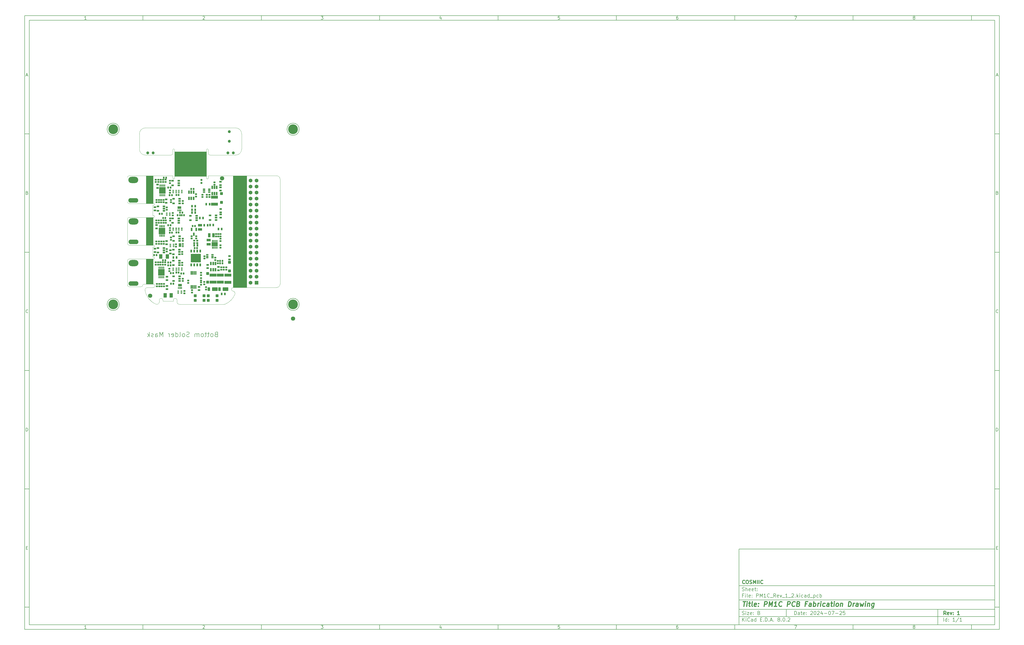
<source format=gbr>
%TF.GenerationSoftware,KiCad,Pcbnew,8.0.2*%
%TF.CreationDate,2024-09-08T21:36:52-05:00*%
%TF.ProjectId,PM1C_Rev_1_2,504d3143-5f52-4657-965f-315f322e6b69,1*%
%TF.SameCoordinates,PX297003ePY8770cd2*%
%TF.FileFunction,Soldermask,Bot*%
%TF.FilePolarity,Negative*%
%FSLAX46Y46*%
G04 Gerber Fmt 4.6, Leading zero omitted, Abs format (unit mm)*
G04 Created by KiCad (PCBNEW 8.0.2) date 2024-09-08 21:36:52*
%MOMM*%
%LPD*%
G01*
G04 APERTURE LIST*
G04 Aperture macros list*
%AMRoundRect*
0 Rectangle with rounded corners*
0 $1 Rounding radius*
0 $2 $3 $4 $5 $6 $7 $8 $9 X,Y pos of 4 corners*
0 Add a 4 corners polygon primitive as box body*
4,1,4,$2,$3,$4,$5,$6,$7,$8,$9,$2,$3,0*
0 Add four circle primitives for the rounded corners*
1,1,$1+$1,$2,$3*
1,1,$1+$1,$4,$5*
1,1,$1+$1,$6,$7*
1,1,$1+$1,$8,$9*
0 Add four rect primitives between the rounded corners*
20,1,$1+$1,$2,$3,$4,$5,0*
20,1,$1+$1,$4,$5,$6,$7,0*
20,1,$1+$1,$6,$7,$8,$9,0*
20,1,$1+$1,$8,$9,$2,$3,0*%
G04 Aperture macros list end*
%ADD10C,0.100000*%
%ADD11C,0.150000*%
%ADD12C,0.300000*%
%ADD13C,0.400000*%
%ADD14C,0.050000*%
%ADD15C,0.000000*%
%ADD16C,0.200000*%
%ADD17C,0.203000*%
%ADD18C,4.113000*%
%ADD19O,4.164000X2.640000*%
%ADD20O,4.164000X1.928800*%
%ADD21RoundRect,0.050000X0.750000X-0.750000X0.750000X0.750000X-0.750000X0.750000X-0.750000X-0.750000X0*%
%ADD22C,1.600000*%
%ADD23C,0.900000*%
%ADD24RoundRect,0.050000X-0.500000X0.300000X-0.500000X-0.300000X0.500000X-0.300000X0.500000X0.300000X0*%
%ADD25RoundRect,0.050000X-0.375000X0.250000X-0.375000X-0.250000X0.375000X-0.250000X0.375000X0.250000X0*%
%ADD26RoundRect,0.050000X0.500000X-0.300000X0.500000X0.300000X-0.500000X0.300000X-0.500000X-0.300000X0*%
%ADD27RoundRect,0.050000X-0.550000X0.550000X-0.550000X-0.550000X0.550000X-0.550000X0.550000X0.550000X0*%
%ADD28RoundRect,0.050000X0.300000X0.500000X-0.300000X0.500000X-0.300000X-0.500000X0.300000X-0.500000X0*%
%ADD29RoundRect,0.050000X-0.300000X-0.500000X0.300000X-0.500000X0.300000X0.500000X-0.300000X0.500000X0*%
%ADD30RoundRect,0.050000X0.375000X-0.250000X0.375000X0.250000X-0.375000X0.250000X-0.375000X-0.250000X0*%
%ADD31RoundRect,0.050000X1.350000X-0.575000X1.350000X0.575000X-1.350000X0.575000X-1.350000X-0.575000X0*%
%ADD32RoundRect,0.050000X0.775000X-0.475000X0.775000X0.475000X-0.775000X0.475000X-0.775000X-0.475000X0*%
%ADD33RoundRect,0.050000X0.250000X0.375000X-0.250000X0.375000X-0.250000X-0.375000X0.250000X-0.375000X0*%
%ADD34RoundRect,0.050000X-0.500000X-0.300000X0.500000X-0.300000X0.500000X0.300000X-0.500000X0.300000X0*%
%ADD35RoundRect,0.050000X-0.250000X-0.150000X0.250000X-0.150000X0.250000X0.150000X-0.250000X0.150000X0*%
%ADD36RoundRect,0.050000X-0.300000X0.625000X-0.300000X-0.625000X0.300000X-0.625000X0.300000X0.625000X0*%
%ADD37RoundRect,0.050000X-0.250000X-0.375000X0.250000X-0.375000X0.250000X0.375000X-0.250000X0.375000X0*%
%ADD38RoundRect,0.050000X0.600000X0.900000X-0.600000X0.900000X-0.600000X-0.900000X0.600000X-0.900000X0*%
%ADD39RoundRect,0.050000X-1.350000X0.575000X-1.350000X-0.575000X1.350000X-0.575000X1.350000X0.575000X0*%
%ADD40RoundRect,0.050000X0.550000X-0.550000X0.550000X0.550000X-0.550000X0.550000X-0.550000X-0.550000X0*%
%ADD41RoundRect,0.050000X-0.475000X-0.775000X0.475000X-0.775000X0.475000X0.775000X-0.475000X0.775000X0*%
%ADD42RoundRect,0.050000X-0.125000X0.425000X-0.125000X-0.425000X0.125000X-0.425000X0.125000X0.425000X0*%
%ADD43RoundRect,0.050000X-1.325000X1.325000X-1.325000X-1.325000X1.325000X-1.325000X1.325000X1.325000X0*%
%ADD44RoundRect,0.050000X0.300000X0.650000X-0.300000X0.650000X-0.300000X-0.650000X0.300000X-0.650000X0*%
%ADD45RoundRect,0.050000X-0.125000X0.350000X-0.125000X-0.350000X0.125000X-0.350000X0.125000X0.350000X0*%
%ADD46RoundRect,0.050000X-0.675000X0.500000X-0.675000X-0.500000X0.675000X-0.500000X0.675000X0.500000X0*%
%ADD47RoundRect,0.050000X-0.550000X-0.550000X0.550000X-0.550000X0.550000X0.550000X-0.550000X0.550000X0*%
%ADD48RoundRect,0.050000X-0.150000X0.337500X-0.150000X-0.337500X0.150000X-0.337500X0.150000X0.337500X0*%
%ADD49RoundRect,0.050000X-1.200000X0.825000X-1.200000X-0.825000X1.200000X-0.825000X1.200000X0.825000X0*%
%ADD50RoundRect,0.050000X0.550000X0.550000X-0.550000X0.550000X-0.550000X-0.550000X0.550000X-0.550000X0*%
%ADD51RoundRect,0.050000X0.425000X0.175000X-0.425000X0.175000X-0.425000X-0.175000X0.425000X-0.175000X0*%
%ADD52RoundRect,0.050000X-1.100000X-0.700000X1.100000X-0.700000X1.100000X0.700000X-1.100000X0.700000X0*%
%ADD53RoundRect,0.050000X-0.450000X-0.700000X0.450000X-0.700000X0.450000X0.700000X-0.450000X0.700000X0*%
%ADD54RoundRect,0.050000X0.300000X-0.625000X0.300000X0.625000X-0.300000X0.625000X-0.300000X-0.625000X0*%
%ADD55C,1.800000*%
%ADD56RoundRect,0.050000X0.635000X-0.889000X0.635000X0.889000X-0.635000X0.889000X-0.635000X-0.889000X0*%
%ADD57RoundRect,0.050000X0.250000X0.150000X-0.250000X0.150000X-0.250000X-0.150000X0.250000X-0.150000X0*%
%ADD58C,1.243000*%
%ADD59C,1.241748*%
%ADD60RoundRect,0.050000X-0.250000X0.550000X-0.250000X-0.550000X0.250000X-0.550000X0.250000X0.550000X0*%
%ADD61RoundRect,0.050000X-2.050000X1.750000X-2.050000X-1.750000X2.050000X-1.750000X2.050000X1.750000X0*%
%ADD62RoundRect,0.050000X-0.350000X-0.125000X0.350000X-0.125000X0.350000X0.125000X-0.350000X0.125000X0*%
%ADD63RoundRect,0.050000X-0.500000X-0.675000X0.500000X-0.675000X0.500000X0.675000X-0.500000X0.675000X0*%
%ADD64RoundRect,0.050000X-0.425000X-0.175000X0.425000X-0.175000X0.425000X0.175000X-0.425000X0.175000X0*%
%ADD65RoundRect,0.050000X0.225000X-0.725000X0.225000X0.725000X-0.225000X0.725000X-0.225000X-0.725000X0*%
G04 APERTURE END LIST*
D10*
D11*
X268349570Y-93380206D02*
X376349570Y-93380206D01*
X376349570Y-125380206D01*
X268349570Y-125380206D01*
X268349570Y-93380206D01*
D10*
D11*
X-33450430Y132019794D02*
X378349570Y132019794D01*
X378349570Y-127380206D01*
X-33450430Y-127380206D01*
X-33450430Y132019794D01*
D10*
D11*
X-31450430Y130019794D02*
X376349570Y130019794D01*
X376349570Y-125380206D01*
X-31450430Y-125380206D01*
X-31450430Y130019794D01*
D10*
D11*
X16549570Y130019794D02*
X16549570Y132019794D01*
D10*
D11*
X66549570Y130019794D02*
X66549570Y132019794D01*
D10*
D11*
X116549570Y130019794D02*
X116549570Y132019794D01*
D10*
D11*
X166549570Y130019794D02*
X166549570Y132019794D01*
D10*
D11*
X216549570Y130019794D02*
X216549570Y132019794D01*
D10*
D11*
X266549570Y130019794D02*
X266549570Y132019794D01*
D10*
D11*
X316549570Y130019794D02*
X316549570Y132019794D01*
D10*
D11*
X366549570Y130019794D02*
X366549570Y132019794D01*
D10*
D11*
X-7361270Y130426190D02*
X-8104127Y130426190D01*
X-7732699Y130426190D02*
X-7732699Y131726190D01*
X-7732699Y131726190D02*
X-7856508Y131540475D01*
X-7856508Y131540475D02*
X-7980318Y131416666D01*
X-7980318Y131416666D02*
X-8104127Y131354761D01*
D10*
D11*
X41895873Y131602380D02*
X41957777Y131664285D01*
X41957777Y131664285D02*
X42081587Y131726190D01*
X42081587Y131726190D02*
X42391111Y131726190D01*
X42391111Y131726190D02*
X42514920Y131664285D01*
X42514920Y131664285D02*
X42576825Y131602380D01*
X42576825Y131602380D02*
X42638730Y131478571D01*
X42638730Y131478571D02*
X42638730Y131354761D01*
X42638730Y131354761D02*
X42576825Y131169047D01*
X42576825Y131169047D02*
X41833968Y130426190D01*
X41833968Y130426190D02*
X42638730Y130426190D01*
D10*
D11*
X91833968Y131726190D02*
X92638730Y131726190D01*
X92638730Y131726190D02*
X92205396Y131230952D01*
X92205396Y131230952D02*
X92391111Y131230952D01*
X92391111Y131230952D02*
X92514920Y131169047D01*
X92514920Y131169047D02*
X92576825Y131107142D01*
X92576825Y131107142D02*
X92638730Y130983333D01*
X92638730Y130983333D02*
X92638730Y130673809D01*
X92638730Y130673809D02*
X92576825Y130549999D01*
X92576825Y130549999D02*
X92514920Y130488094D01*
X92514920Y130488094D02*
X92391111Y130426190D01*
X92391111Y130426190D02*
X92019682Y130426190D01*
X92019682Y130426190D02*
X91895873Y130488094D01*
X91895873Y130488094D02*
X91833968Y130549999D01*
D10*
D11*
X142514920Y131292856D02*
X142514920Y130426190D01*
X142205396Y131788094D02*
X141895873Y130859523D01*
X141895873Y130859523D02*
X142700634Y130859523D01*
D10*
D11*
X192576825Y131726190D02*
X191957777Y131726190D01*
X191957777Y131726190D02*
X191895873Y131107142D01*
X191895873Y131107142D02*
X191957777Y131169047D01*
X191957777Y131169047D02*
X192081587Y131230952D01*
X192081587Y131230952D02*
X192391111Y131230952D01*
X192391111Y131230952D02*
X192514920Y131169047D01*
X192514920Y131169047D02*
X192576825Y131107142D01*
X192576825Y131107142D02*
X192638730Y130983333D01*
X192638730Y130983333D02*
X192638730Y130673809D01*
X192638730Y130673809D02*
X192576825Y130549999D01*
X192576825Y130549999D02*
X192514920Y130488094D01*
X192514920Y130488094D02*
X192391111Y130426190D01*
X192391111Y130426190D02*
X192081587Y130426190D01*
X192081587Y130426190D02*
X191957777Y130488094D01*
X191957777Y130488094D02*
X191895873Y130549999D01*
D10*
D11*
X242514920Y131726190D02*
X242267301Y131726190D01*
X242267301Y131726190D02*
X242143492Y131664285D01*
X242143492Y131664285D02*
X242081587Y131602380D01*
X242081587Y131602380D02*
X241957777Y131416666D01*
X241957777Y131416666D02*
X241895873Y131169047D01*
X241895873Y131169047D02*
X241895873Y130673809D01*
X241895873Y130673809D02*
X241957777Y130549999D01*
X241957777Y130549999D02*
X242019682Y130488094D01*
X242019682Y130488094D02*
X242143492Y130426190D01*
X242143492Y130426190D02*
X242391111Y130426190D01*
X242391111Y130426190D02*
X242514920Y130488094D01*
X242514920Y130488094D02*
X242576825Y130549999D01*
X242576825Y130549999D02*
X242638730Y130673809D01*
X242638730Y130673809D02*
X242638730Y130983333D01*
X242638730Y130983333D02*
X242576825Y131107142D01*
X242576825Y131107142D02*
X242514920Y131169047D01*
X242514920Y131169047D02*
X242391111Y131230952D01*
X242391111Y131230952D02*
X242143492Y131230952D01*
X242143492Y131230952D02*
X242019682Y131169047D01*
X242019682Y131169047D02*
X241957777Y131107142D01*
X241957777Y131107142D02*
X241895873Y130983333D01*
D10*
D11*
X291833968Y131726190D02*
X292700634Y131726190D01*
X292700634Y131726190D02*
X292143492Y130426190D01*
D10*
D11*
X342143492Y131169047D02*
X342019682Y131230952D01*
X342019682Y131230952D02*
X341957777Y131292856D01*
X341957777Y131292856D02*
X341895873Y131416666D01*
X341895873Y131416666D02*
X341895873Y131478571D01*
X341895873Y131478571D02*
X341957777Y131602380D01*
X341957777Y131602380D02*
X342019682Y131664285D01*
X342019682Y131664285D02*
X342143492Y131726190D01*
X342143492Y131726190D02*
X342391111Y131726190D01*
X342391111Y131726190D02*
X342514920Y131664285D01*
X342514920Y131664285D02*
X342576825Y131602380D01*
X342576825Y131602380D02*
X342638730Y131478571D01*
X342638730Y131478571D02*
X342638730Y131416666D01*
X342638730Y131416666D02*
X342576825Y131292856D01*
X342576825Y131292856D02*
X342514920Y131230952D01*
X342514920Y131230952D02*
X342391111Y131169047D01*
X342391111Y131169047D02*
X342143492Y131169047D01*
X342143492Y131169047D02*
X342019682Y131107142D01*
X342019682Y131107142D02*
X341957777Y131045237D01*
X341957777Y131045237D02*
X341895873Y130921428D01*
X341895873Y130921428D02*
X341895873Y130673809D01*
X341895873Y130673809D02*
X341957777Y130549999D01*
X341957777Y130549999D02*
X342019682Y130488094D01*
X342019682Y130488094D02*
X342143492Y130426190D01*
X342143492Y130426190D02*
X342391111Y130426190D01*
X342391111Y130426190D02*
X342514920Y130488094D01*
X342514920Y130488094D02*
X342576825Y130549999D01*
X342576825Y130549999D02*
X342638730Y130673809D01*
X342638730Y130673809D02*
X342638730Y130921428D01*
X342638730Y130921428D02*
X342576825Y131045237D01*
X342576825Y131045237D02*
X342514920Y131107142D01*
X342514920Y131107142D02*
X342391111Y131169047D01*
D10*
D11*
X16549570Y-125380206D02*
X16549570Y-127380206D01*
D10*
D11*
X66549570Y-125380206D02*
X66549570Y-127380206D01*
D10*
D11*
X116549570Y-125380206D02*
X116549570Y-127380206D01*
D10*
D11*
X166549570Y-125380206D02*
X166549570Y-127380206D01*
D10*
D11*
X216549570Y-125380206D02*
X216549570Y-127380206D01*
D10*
D11*
X266549570Y-125380206D02*
X266549570Y-127380206D01*
D10*
D11*
X316549570Y-125380206D02*
X316549570Y-127380206D01*
D10*
D11*
X366549570Y-125380206D02*
X366549570Y-127380206D01*
D10*
D11*
X-7361270Y-126973810D02*
X-8104127Y-126973810D01*
X-7732699Y-126973810D02*
X-7732699Y-125673810D01*
X-7732699Y-125673810D02*
X-7856508Y-125859525D01*
X-7856508Y-125859525D02*
X-7980318Y-125983334D01*
X-7980318Y-125983334D02*
X-8104127Y-126045239D01*
D10*
D11*
X41895873Y-125797620D02*
X41957777Y-125735715D01*
X41957777Y-125735715D02*
X42081587Y-125673810D01*
X42081587Y-125673810D02*
X42391111Y-125673810D01*
X42391111Y-125673810D02*
X42514920Y-125735715D01*
X42514920Y-125735715D02*
X42576825Y-125797620D01*
X42576825Y-125797620D02*
X42638730Y-125921429D01*
X42638730Y-125921429D02*
X42638730Y-126045239D01*
X42638730Y-126045239D02*
X42576825Y-126230953D01*
X42576825Y-126230953D02*
X41833968Y-126973810D01*
X41833968Y-126973810D02*
X42638730Y-126973810D01*
D10*
D11*
X91833968Y-125673810D02*
X92638730Y-125673810D01*
X92638730Y-125673810D02*
X92205396Y-126169048D01*
X92205396Y-126169048D02*
X92391111Y-126169048D01*
X92391111Y-126169048D02*
X92514920Y-126230953D01*
X92514920Y-126230953D02*
X92576825Y-126292858D01*
X92576825Y-126292858D02*
X92638730Y-126416667D01*
X92638730Y-126416667D02*
X92638730Y-126726191D01*
X92638730Y-126726191D02*
X92576825Y-126850001D01*
X92576825Y-126850001D02*
X92514920Y-126911906D01*
X92514920Y-126911906D02*
X92391111Y-126973810D01*
X92391111Y-126973810D02*
X92019682Y-126973810D01*
X92019682Y-126973810D02*
X91895873Y-126911906D01*
X91895873Y-126911906D02*
X91833968Y-126850001D01*
D10*
D11*
X142514920Y-126107144D02*
X142514920Y-126973810D01*
X142205396Y-125611906D02*
X141895873Y-126540477D01*
X141895873Y-126540477D02*
X142700634Y-126540477D01*
D10*
D11*
X192576825Y-125673810D02*
X191957777Y-125673810D01*
X191957777Y-125673810D02*
X191895873Y-126292858D01*
X191895873Y-126292858D02*
X191957777Y-126230953D01*
X191957777Y-126230953D02*
X192081587Y-126169048D01*
X192081587Y-126169048D02*
X192391111Y-126169048D01*
X192391111Y-126169048D02*
X192514920Y-126230953D01*
X192514920Y-126230953D02*
X192576825Y-126292858D01*
X192576825Y-126292858D02*
X192638730Y-126416667D01*
X192638730Y-126416667D02*
X192638730Y-126726191D01*
X192638730Y-126726191D02*
X192576825Y-126850001D01*
X192576825Y-126850001D02*
X192514920Y-126911906D01*
X192514920Y-126911906D02*
X192391111Y-126973810D01*
X192391111Y-126973810D02*
X192081587Y-126973810D01*
X192081587Y-126973810D02*
X191957777Y-126911906D01*
X191957777Y-126911906D02*
X191895873Y-126850001D01*
D10*
D11*
X242514920Y-125673810D02*
X242267301Y-125673810D01*
X242267301Y-125673810D02*
X242143492Y-125735715D01*
X242143492Y-125735715D02*
X242081587Y-125797620D01*
X242081587Y-125797620D02*
X241957777Y-125983334D01*
X241957777Y-125983334D02*
X241895873Y-126230953D01*
X241895873Y-126230953D02*
X241895873Y-126726191D01*
X241895873Y-126726191D02*
X241957777Y-126850001D01*
X241957777Y-126850001D02*
X242019682Y-126911906D01*
X242019682Y-126911906D02*
X242143492Y-126973810D01*
X242143492Y-126973810D02*
X242391111Y-126973810D01*
X242391111Y-126973810D02*
X242514920Y-126911906D01*
X242514920Y-126911906D02*
X242576825Y-126850001D01*
X242576825Y-126850001D02*
X242638730Y-126726191D01*
X242638730Y-126726191D02*
X242638730Y-126416667D01*
X242638730Y-126416667D02*
X242576825Y-126292858D01*
X242576825Y-126292858D02*
X242514920Y-126230953D01*
X242514920Y-126230953D02*
X242391111Y-126169048D01*
X242391111Y-126169048D02*
X242143492Y-126169048D01*
X242143492Y-126169048D02*
X242019682Y-126230953D01*
X242019682Y-126230953D02*
X241957777Y-126292858D01*
X241957777Y-126292858D02*
X241895873Y-126416667D01*
D10*
D11*
X291833968Y-125673810D02*
X292700634Y-125673810D01*
X292700634Y-125673810D02*
X292143492Y-126973810D01*
D10*
D11*
X342143492Y-126230953D02*
X342019682Y-126169048D01*
X342019682Y-126169048D02*
X341957777Y-126107144D01*
X341957777Y-126107144D02*
X341895873Y-125983334D01*
X341895873Y-125983334D02*
X341895873Y-125921429D01*
X341895873Y-125921429D02*
X341957777Y-125797620D01*
X341957777Y-125797620D02*
X342019682Y-125735715D01*
X342019682Y-125735715D02*
X342143492Y-125673810D01*
X342143492Y-125673810D02*
X342391111Y-125673810D01*
X342391111Y-125673810D02*
X342514920Y-125735715D01*
X342514920Y-125735715D02*
X342576825Y-125797620D01*
X342576825Y-125797620D02*
X342638730Y-125921429D01*
X342638730Y-125921429D02*
X342638730Y-125983334D01*
X342638730Y-125983334D02*
X342576825Y-126107144D01*
X342576825Y-126107144D02*
X342514920Y-126169048D01*
X342514920Y-126169048D02*
X342391111Y-126230953D01*
X342391111Y-126230953D02*
X342143492Y-126230953D01*
X342143492Y-126230953D02*
X342019682Y-126292858D01*
X342019682Y-126292858D02*
X341957777Y-126354763D01*
X341957777Y-126354763D02*
X341895873Y-126478572D01*
X341895873Y-126478572D02*
X341895873Y-126726191D01*
X341895873Y-126726191D02*
X341957777Y-126850001D01*
X341957777Y-126850001D02*
X342019682Y-126911906D01*
X342019682Y-126911906D02*
X342143492Y-126973810D01*
X342143492Y-126973810D02*
X342391111Y-126973810D01*
X342391111Y-126973810D02*
X342514920Y-126911906D01*
X342514920Y-126911906D02*
X342576825Y-126850001D01*
X342576825Y-126850001D02*
X342638730Y-126726191D01*
X342638730Y-126726191D02*
X342638730Y-126478572D01*
X342638730Y-126478572D02*
X342576825Y-126354763D01*
X342576825Y-126354763D02*
X342514920Y-126292858D01*
X342514920Y-126292858D02*
X342391111Y-126230953D01*
D10*
D11*
X-33450430Y82019794D02*
X-31450430Y82019794D01*
D10*
D11*
X-33450430Y32019794D02*
X-31450430Y32019794D01*
D10*
D11*
X-33450430Y-17980206D02*
X-31450430Y-17980206D01*
D10*
D11*
X-33450430Y-67980206D02*
X-31450430Y-67980206D01*
D10*
D11*
X-33450430Y-117980206D02*
X-31450430Y-117980206D01*
D10*
D11*
X-32759954Y106797618D02*
X-32140907Y106797618D01*
X-32883764Y106426190D02*
X-32450431Y107726190D01*
X-32450431Y107726190D02*
X-32017097Y106426190D01*
D10*
D11*
X-32357573Y57107142D02*
X-32171859Y57045237D01*
X-32171859Y57045237D02*
X-32109954Y56983333D01*
X-32109954Y56983333D02*
X-32048050Y56859523D01*
X-32048050Y56859523D02*
X-32048050Y56673809D01*
X-32048050Y56673809D02*
X-32109954Y56549999D01*
X-32109954Y56549999D02*
X-32171859Y56488094D01*
X-32171859Y56488094D02*
X-32295669Y56426190D01*
X-32295669Y56426190D02*
X-32790907Y56426190D01*
X-32790907Y56426190D02*
X-32790907Y57726190D01*
X-32790907Y57726190D02*
X-32357573Y57726190D01*
X-32357573Y57726190D02*
X-32233764Y57664285D01*
X-32233764Y57664285D02*
X-32171859Y57602380D01*
X-32171859Y57602380D02*
X-32109954Y57478571D01*
X-32109954Y57478571D02*
X-32109954Y57354761D01*
X-32109954Y57354761D02*
X-32171859Y57230952D01*
X-32171859Y57230952D02*
X-32233764Y57169047D01*
X-32233764Y57169047D02*
X-32357573Y57107142D01*
X-32357573Y57107142D02*
X-32790907Y57107142D01*
D10*
D11*
X-32048050Y6549999D02*
X-32109954Y6488094D01*
X-32109954Y6488094D02*
X-32295669Y6426190D01*
X-32295669Y6426190D02*
X-32419478Y6426190D01*
X-32419478Y6426190D02*
X-32605192Y6488094D01*
X-32605192Y6488094D02*
X-32729002Y6611904D01*
X-32729002Y6611904D02*
X-32790907Y6735714D01*
X-32790907Y6735714D02*
X-32852811Y6983333D01*
X-32852811Y6983333D02*
X-32852811Y7169047D01*
X-32852811Y7169047D02*
X-32790907Y7416666D01*
X-32790907Y7416666D02*
X-32729002Y7540475D01*
X-32729002Y7540475D02*
X-32605192Y7664285D01*
X-32605192Y7664285D02*
X-32419478Y7726190D01*
X-32419478Y7726190D02*
X-32295669Y7726190D01*
X-32295669Y7726190D02*
X-32109954Y7664285D01*
X-32109954Y7664285D02*
X-32048050Y7602380D01*
D10*
D11*
X-32790907Y-43573810D02*
X-32790907Y-42273810D01*
X-32790907Y-42273810D02*
X-32481383Y-42273810D01*
X-32481383Y-42273810D02*
X-32295669Y-42335715D01*
X-32295669Y-42335715D02*
X-32171859Y-42459525D01*
X-32171859Y-42459525D02*
X-32109954Y-42583334D01*
X-32109954Y-42583334D02*
X-32048050Y-42830953D01*
X-32048050Y-42830953D02*
X-32048050Y-43016667D01*
X-32048050Y-43016667D02*
X-32109954Y-43264286D01*
X-32109954Y-43264286D02*
X-32171859Y-43388096D01*
X-32171859Y-43388096D02*
X-32295669Y-43511906D01*
X-32295669Y-43511906D02*
X-32481383Y-43573810D01*
X-32481383Y-43573810D02*
X-32790907Y-43573810D01*
D10*
D11*
X-32729002Y-92892858D02*
X-32295668Y-92892858D01*
X-32109954Y-93573810D02*
X-32729002Y-93573810D01*
X-32729002Y-93573810D02*
X-32729002Y-92273810D01*
X-32729002Y-92273810D02*
X-32109954Y-92273810D01*
D10*
D11*
X378349570Y82019794D02*
X376349570Y82019794D01*
D10*
D11*
X378349570Y32019794D02*
X376349570Y32019794D01*
D10*
D11*
X378349570Y-17980206D02*
X376349570Y-17980206D01*
D10*
D11*
X378349570Y-67980206D02*
X376349570Y-67980206D01*
D10*
D11*
X378349570Y-117980206D02*
X376349570Y-117980206D01*
D10*
D11*
X377040046Y106797618D02*
X377659093Y106797618D01*
X376916236Y106426190D02*
X377349569Y107726190D01*
X377349569Y107726190D02*
X377782903Y106426190D01*
D10*
D11*
X377442427Y57107142D02*
X377628141Y57045237D01*
X377628141Y57045237D02*
X377690046Y56983333D01*
X377690046Y56983333D02*
X377751950Y56859523D01*
X377751950Y56859523D02*
X377751950Y56673809D01*
X377751950Y56673809D02*
X377690046Y56549999D01*
X377690046Y56549999D02*
X377628141Y56488094D01*
X377628141Y56488094D02*
X377504331Y56426190D01*
X377504331Y56426190D02*
X377009093Y56426190D01*
X377009093Y56426190D02*
X377009093Y57726190D01*
X377009093Y57726190D02*
X377442427Y57726190D01*
X377442427Y57726190D02*
X377566236Y57664285D01*
X377566236Y57664285D02*
X377628141Y57602380D01*
X377628141Y57602380D02*
X377690046Y57478571D01*
X377690046Y57478571D02*
X377690046Y57354761D01*
X377690046Y57354761D02*
X377628141Y57230952D01*
X377628141Y57230952D02*
X377566236Y57169047D01*
X377566236Y57169047D02*
X377442427Y57107142D01*
X377442427Y57107142D02*
X377009093Y57107142D01*
D10*
D11*
X377751950Y6549999D02*
X377690046Y6488094D01*
X377690046Y6488094D02*
X377504331Y6426190D01*
X377504331Y6426190D02*
X377380522Y6426190D01*
X377380522Y6426190D02*
X377194808Y6488094D01*
X377194808Y6488094D02*
X377070998Y6611904D01*
X377070998Y6611904D02*
X377009093Y6735714D01*
X377009093Y6735714D02*
X376947189Y6983333D01*
X376947189Y6983333D02*
X376947189Y7169047D01*
X376947189Y7169047D02*
X377009093Y7416666D01*
X377009093Y7416666D02*
X377070998Y7540475D01*
X377070998Y7540475D02*
X377194808Y7664285D01*
X377194808Y7664285D02*
X377380522Y7726190D01*
X377380522Y7726190D02*
X377504331Y7726190D01*
X377504331Y7726190D02*
X377690046Y7664285D01*
X377690046Y7664285D02*
X377751950Y7602380D01*
D10*
D11*
X377009093Y-43573810D02*
X377009093Y-42273810D01*
X377009093Y-42273810D02*
X377318617Y-42273810D01*
X377318617Y-42273810D02*
X377504331Y-42335715D01*
X377504331Y-42335715D02*
X377628141Y-42459525D01*
X377628141Y-42459525D02*
X377690046Y-42583334D01*
X377690046Y-42583334D02*
X377751950Y-42830953D01*
X377751950Y-42830953D02*
X377751950Y-43016667D01*
X377751950Y-43016667D02*
X377690046Y-43264286D01*
X377690046Y-43264286D02*
X377628141Y-43388096D01*
X377628141Y-43388096D02*
X377504331Y-43511906D01*
X377504331Y-43511906D02*
X377318617Y-43573810D01*
X377318617Y-43573810D02*
X377009093Y-43573810D01*
D10*
D11*
X377070998Y-92892858D02*
X377504332Y-92892858D01*
X377690046Y-93573810D02*
X377070998Y-93573810D01*
X377070998Y-93573810D02*
X377070998Y-92273810D01*
X377070998Y-92273810D02*
X377690046Y-92273810D01*
D10*
D11*
X291805396Y-121166334D02*
X291805396Y-119666334D01*
X291805396Y-119666334D02*
X292162539Y-119666334D01*
X292162539Y-119666334D02*
X292376825Y-119737763D01*
X292376825Y-119737763D02*
X292519682Y-119880620D01*
X292519682Y-119880620D02*
X292591111Y-120023477D01*
X292591111Y-120023477D02*
X292662539Y-120309191D01*
X292662539Y-120309191D02*
X292662539Y-120523477D01*
X292662539Y-120523477D02*
X292591111Y-120809191D01*
X292591111Y-120809191D02*
X292519682Y-120952048D01*
X292519682Y-120952048D02*
X292376825Y-121094906D01*
X292376825Y-121094906D02*
X292162539Y-121166334D01*
X292162539Y-121166334D02*
X291805396Y-121166334D01*
X293948254Y-121166334D02*
X293948254Y-120380620D01*
X293948254Y-120380620D02*
X293876825Y-120237763D01*
X293876825Y-120237763D02*
X293733968Y-120166334D01*
X293733968Y-120166334D02*
X293448254Y-120166334D01*
X293448254Y-120166334D02*
X293305396Y-120237763D01*
X293948254Y-121094906D02*
X293805396Y-121166334D01*
X293805396Y-121166334D02*
X293448254Y-121166334D01*
X293448254Y-121166334D02*
X293305396Y-121094906D01*
X293305396Y-121094906D02*
X293233968Y-120952048D01*
X293233968Y-120952048D02*
X293233968Y-120809191D01*
X293233968Y-120809191D02*
X293305396Y-120666334D01*
X293305396Y-120666334D02*
X293448254Y-120594906D01*
X293448254Y-120594906D02*
X293805396Y-120594906D01*
X293805396Y-120594906D02*
X293948254Y-120523477D01*
X294448254Y-120166334D02*
X295019682Y-120166334D01*
X294662539Y-119666334D02*
X294662539Y-120952048D01*
X294662539Y-120952048D02*
X294733968Y-121094906D01*
X294733968Y-121094906D02*
X294876825Y-121166334D01*
X294876825Y-121166334D02*
X295019682Y-121166334D01*
X296091111Y-121094906D02*
X295948254Y-121166334D01*
X295948254Y-121166334D02*
X295662540Y-121166334D01*
X295662540Y-121166334D02*
X295519682Y-121094906D01*
X295519682Y-121094906D02*
X295448254Y-120952048D01*
X295448254Y-120952048D02*
X295448254Y-120380620D01*
X295448254Y-120380620D02*
X295519682Y-120237763D01*
X295519682Y-120237763D02*
X295662540Y-120166334D01*
X295662540Y-120166334D02*
X295948254Y-120166334D01*
X295948254Y-120166334D02*
X296091111Y-120237763D01*
X296091111Y-120237763D02*
X296162540Y-120380620D01*
X296162540Y-120380620D02*
X296162540Y-120523477D01*
X296162540Y-120523477D02*
X295448254Y-120666334D01*
X296805396Y-121023477D02*
X296876825Y-121094906D01*
X296876825Y-121094906D02*
X296805396Y-121166334D01*
X296805396Y-121166334D02*
X296733968Y-121094906D01*
X296733968Y-121094906D02*
X296805396Y-121023477D01*
X296805396Y-121023477D02*
X296805396Y-121166334D01*
X296805396Y-120237763D02*
X296876825Y-120309191D01*
X296876825Y-120309191D02*
X296805396Y-120380620D01*
X296805396Y-120380620D02*
X296733968Y-120309191D01*
X296733968Y-120309191D02*
X296805396Y-120237763D01*
X296805396Y-120237763D02*
X296805396Y-120380620D01*
X298591111Y-119809191D02*
X298662539Y-119737763D01*
X298662539Y-119737763D02*
X298805397Y-119666334D01*
X298805397Y-119666334D02*
X299162539Y-119666334D01*
X299162539Y-119666334D02*
X299305397Y-119737763D01*
X299305397Y-119737763D02*
X299376825Y-119809191D01*
X299376825Y-119809191D02*
X299448254Y-119952048D01*
X299448254Y-119952048D02*
X299448254Y-120094906D01*
X299448254Y-120094906D02*
X299376825Y-120309191D01*
X299376825Y-120309191D02*
X298519682Y-121166334D01*
X298519682Y-121166334D02*
X299448254Y-121166334D01*
X300376825Y-119666334D02*
X300519682Y-119666334D01*
X300519682Y-119666334D02*
X300662539Y-119737763D01*
X300662539Y-119737763D02*
X300733968Y-119809191D01*
X300733968Y-119809191D02*
X300805396Y-119952048D01*
X300805396Y-119952048D02*
X300876825Y-120237763D01*
X300876825Y-120237763D02*
X300876825Y-120594906D01*
X300876825Y-120594906D02*
X300805396Y-120880620D01*
X300805396Y-120880620D02*
X300733968Y-121023477D01*
X300733968Y-121023477D02*
X300662539Y-121094906D01*
X300662539Y-121094906D02*
X300519682Y-121166334D01*
X300519682Y-121166334D02*
X300376825Y-121166334D01*
X300376825Y-121166334D02*
X300233968Y-121094906D01*
X300233968Y-121094906D02*
X300162539Y-121023477D01*
X300162539Y-121023477D02*
X300091110Y-120880620D01*
X300091110Y-120880620D02*
X300019682Y-120594906D01*
X300019682Y-120594906D02*
X300019682Y-120237763D01*
X300019682Y-120237763D02*
X300091110Y-119952048D01*
X300091110Y-119952048D02*
X300162539Y-119809191D01*
X300162539Y-119809191D02*
X300233968Y-119737763D01*
X300233968Y-119737763D02*
X300376825Y-119666334D01*
X301448253Y-119809191D02*
X301519681Y-119737763D01*
X301519681Y-119737763D02*
X301662539Y-119666334D01*
X301662539Y-119666334D02*
X302019681Y-119666334D01*
X302019681Y-119666334D02*
X302162539Y-119737763D01*
X302162539Y-119737763D02*
X302233967Y-119809191D01*
X302233967Y-119809191D02*
X302305396Y-119952048D01*
X302305396Y-119952048D02*
X302305396Y-120094906D01*
X302305396Y-120094906D02*
X302233967Y-120309191D01*
X302233967Y-120309191D02*
X301376824Y-121166334D01*
X301376824Y-121166334D02*
X302305396Y-121166334D01*
X303591110Y-120166334D02*
X303591110Y-121166334D01*
X303233967Y-119594906D02*
X302876824Y-120666334D01*
X302876824Y-120666334D02*
X303805395Y-120666334D01*
X304376823Y-120594906D02*
X305519681Y-120594906D01*
X306519681Y-119666334D02*
X306662538Y-119666334D01*
X306662538Y-119666334D02*
X306805395Y-119737763D01*
X306805395Y-119737763D02*
X306876824Y-119809191D01*
X306876824Y-119809191D02*
X306948252Y-119952048D01*
X306948252Y-119952048D02*
X307019681Y-120237763D01*
X307019681Y-120237763D02*
X307019681Y-120594906D01*
X307019681Y-120594906D02*
X306948252Y-120880620D01*
X306948252Y-120880620D02*
X306876824Y-121023477D01*
X306876824Y-121023477D02*
X306805395Y-121094906D01*
X306805395Y-121094906D02*
X306662538Y-121166334D01*
X306662538Y-121166334D02*
X306519681Y-121166334D01*
X306519681Y-121166334D02*
X306376824Y-121094906D01*
X306376824Y-121094906D02*
X306305395Y-121023477D01*
X306305395Y-121023477D02*
X306233966Y-120880620D01*
X306233966Y-120880620D02*
X306162538Y-120594906D01*
X306162538Y-120594906D02*
X306162538Y-120237763D01*
X306162538Y-120237763D02*
X306233966Y-119952048D01*
X306233966Y-119952048D02*
X306305395Y-119809191D01*
X306305395Y-119809191D02*
X306376824Y-119737763D01*
X306376824Y-119737763D02*
X306519681Y-119666334D01*
X307519680Y-119666334D02*
X308519680Y-119666334D01*
X308519680Y-119666334D02*
X307876823Y-121166334D01*
X309091108Y-120594906D02*
X310233966Y-120594906D01*
X310876823Y-119809191D02*
X310948251Y-119737763D01*
X310948251Y-119737763D02*
X311091109Y-119666334D01*
X311091109Y-119666334D02*
X311448251Y-119666334D01*
X311448251Y-119666334D02*
X311591109Y-119737763D01*
X311591109Y-119737763D02*
X311662537Y-119809191D01*
X311662537Y-119809191D02*
X311733966Y-119952048D01*
X311733966Y-119952048D02*
X311733966Y-120094906D01*
X311733966Y-120094906D02*
X311662537Y-120309191D01*
X311662537Y-120309191D02*
X310805394Y-121166334D01*
X310805394Y-121166334D02*
X311733966Y-121166334D01*
X313091108Y-119666334D02*
X312376822Y-119666334D01*
X312376822Y-119666334D02*
X312305394Y-120380620D01*
X312305394Y-120380620D02*
X312376822Y-120309191D01*
X312376822Y-120309191D02*
X312519680Y-120237763D01*
X312519680Y-120237763D02*
X312876822Y-120237763D01*
X312876822Y-120237763D02*
X313019680Y-120309191D01*
X313019680Y-120309191D02*
X313091108Y-120380620D01*
X313091108Y-120380620D02*
X313162537Y-120523477D01*
X313162537Y-120523477D02*
X313162537Y-120880620D01*
X313162537Y-120880620D02*
X313091108Y-121023477D01*
X313091108Y-121023477D02*
X313019680Y-121094906D01*
X313019680Y-121094906D02*
X312876822Y-121166334D01*
X312876822Y-121166334D02*
X312519680Y-121166334D01*
X312519680Y-121166334D02*
X312376822Y-121094906D01*
X312376822Y-121094906D02*
X312305394Y-121023477D01*
D10*
D11*
X268349570Y-121880206D02*
X376349570Y-121880206D01*
D10*
D11*
X269805396Y-123966334D02*
X269805396Y-122466334D01*
X270662539Y-123966334D02*
X270019682Y-123109191D01*
X270662539Y-122466334D02*
X269805396Y-123323477D01*
X271305396Y-123966334D02*
X271305396Y-122966334D01*
X271305396Y-122466334D02*
X271233968Y-122537763D01*
X271233968Y-122537763D02*
X271305396Y-122609191D01*
X271305396Y-122609191D02*
X271376825Y-122537763D01*
X271376825Y-122537763D02*
X271305396Y-122466334D01*
X271305396Y-122466334D02*
X271305396Y-122609191D01*
X272876825Y-123823477D02*
X272805397Y-123894906D01*
X272805397Y-123894906D02*
X272591111Y-123966334D01*
X272591111Y-123966334D02*
X272448254Y-123966334D01*
X272448254Y-123966334D02*
X272233968Y-123894906D01*
X272233968Y-123894906D02*
X272091111Y-123752048D01*
X272091111Y-123752048D02*
X272019682Y-123609191D01*
X272019682Y-123609191D02*
X271948254Y-123323477D01*
X271948254Y-123323477D02*
X271948254Y-123109191D01*
X271948254Y-123109191D02*
X272019682Y-122823477D01*
X272019682Y-122823477D02*
X272091111Y-122680620D01*
X272091111Y-122680620D02*
X272233968Y-122537763D01*
X272233968Y-122537763D02*
X272448254Y-122466334D01*
X272448254Y-122466334D02*
X272591111Y-122466334D01*
X272591111Y-122466334D02*
X272805397Y-122537763D01*
X272805397Y-122537763D02*
X272876825Y-122609191D01*
X274162540Y-123966334D02*
X274162540Y-123180620D01*
X274162540Y-123180620D02*
X274091111Y-123037763D01*
X274091111Y-123037763D02*
X273948254Y-122966334D01*
X273948254Y-122966334D02*
X273662540Y-122966334D01*
X273662540Y-122966334D02*
X273519682Y-123037763D01*
X274162540Y-123894906D02*
X274019682Y-123966334D01*
X274019682Y-123966334D02*
X273662540Y-123966334D01*
X273662540Y-123966334D02*
X273519682Y-123894906D01*
X273519682Y-123894906D02*
X273448254Y-123752048D01*
X273448254Y-123752048D02*
X273448254Y-123609191D01*
X273448254Y-123609191D02*
X273519682Y-123466334D01*
X273519682Y-123466334D02*
X273662540Y-123394906D01*
X273662540Y-123394906D02*
X274019682Y-123394906D01*
X274019682Y-123394906D02*
X274162540Y-123323477D01*
X275519683Y-123966334D02*
X275519683Y-122466334D01*
X275519683Y-123894906D02*
X275376825Y-123966334D01*
X275376825Y-123966334D02*
X275091111Y-123966334D01*
X275091111Y-123966334D02*
X274948254Y-123894906D01*
X274948254Y-123894906D02*
X274876825Y-123823477D01*
X274876825Y-123823477D02*
X274805397Y-123680620D01*
X274805397Y-123680620D02*
X274805397Y-123252048D01*
X274805397Y-123252048D02*
X274876825Y-123109191D01*
X274876825Y-123109191D02*
X274948254Y-123037763D01*
X274948254Y-123037763D02*
X275091111Y-122966334D01*
X275091111Y-122966334D02*
X275376825Y-122966334D01*
X275376825Y-122966334D02*
X275519683Y-123037763D01*
X277376825Y-123180620D02*
X277876825Y-123180620D01*
X278091111Y-123966334D02*
X277376825Y-123966334D01*
X277376825Y-123966334D02*
X277376825Y-122466334D01*
X277376825Y-122466334D02*
X278091111Y-122466334D01*
X278733968Y-123823477D02*
X278805397Y-123894906D01*
X278805397Y-123894906D02*
X278733968Y-123966334D01*
X278733968Y-123966334D02*
X278662540Y-123894906D01*
X278662540Y-123894906D02*
X278733968Y-123823477D01*
X278733968Y-123823477D02*
X278733968Y-123966334D01*
X279448254Y-123966334D02*
X279448254Y-122466334D01*
X279448254Y-122466334D02*
X279805397Y-122466334D01*
X279805397Y-122466334D02*
X280019683Y-122537763D01*
X280019683Y-122537763D02*
X280162540Y-122680620D01*
X280162540Y-122680620D02*
X280233969Y-122823477D01*
X280233969Y-122823477D02*
X280305397Y-123109191D01*
X280305397Y-123109191D02*
X280305397Y-123323477D01*
X280305397Y-123323477D02*
X280233969Y-123609191D01*
X280233969Y-123609191D02*
X280162540Y-123752048D01*
X280162540Y-123752048D02*
X280019683Y-123894906D01*
X280019683Y-123894906D02*
X279805397Y-123966334D01*
X279805397Y-123966334D02*
X279448254Y-123966334D01*
X280948254Y-123823477D02*
X281019683Y-123894906D01*
X281019683Y-123894906D02*
X280948254Y-123966334D01*
X280948254Y-123966334D02*
X280876826Y-123894906D01*
X280876826Y-123894906D02*
X280948254Y-123823477D01*
X280948254Y-123823477D02*
X280948254Y-123966334D01*
X281591112Y-123537763D02*
X282305398Y-123537763D01*
X281448255Y-123966334D02*
X281948255Y-122466334D01*
X281948255Y-122466334D02*
X282448255Y-123966334D01*
X282948254Y-123823477D02*
X283019683Y-123894906D01*
X283019683Y-123894906D02*
X282948254Y-123966334D01*
X282948254Y-123966334D02*
X282876826Y-123894906D01*
X282876826Y-123894906D02*
X282948254Y-123823477D01*
X282948254Y-123823477D02*
X282948254Y-123966334D01*
X285019683Y-123109191D02*
X284876826Y-123037763D01*
X284876826Y-123037763D02*
X284805397Y-122966334D01*
X284805397Y-122966334D02*
X284733969Y-122823477D01*
X284733969Y-122823477D02*
X284733969Y-122752048D01*
X284733969Y-122752048D02*
X284805397Y-122609191D01*
X284805397Y-122609191D02*
X284876826Y-122537763D01*
X284876826Y-122537763D02*
X285019683Y-122466334D01*
X285019683Y-122466334D02*
X285305397Y-122466334D01*
X285305397Y-122466334D02*
X285448255Y-122537763D01*
X285448255Y-122537763D02*
X285519683Y-122609191D01*
X285519683Y-122609191D02*
X285591112Y-122752048D01*
X285591112Y-122752048D02*
X285591112Y-122823477D01*
X285591112Y-122823477D02*
X285519683Y-122966334D01*
X285519683Y-122966334D02*
X285448255Y-123037763D01*
X285448255Y-123037763D02*
X285305397Y-123109191D01*
X285305397Y-123109191D02*
X285019683Y-123109191D01*
X285019683Y-123109191D02*
X284876826Y-123180620D01*
X284876826Y-123180620D02*
X284805397Y-123252048D01*
X284805397Y-123252048D02*
X284733969Y-123394906D01*
X284733969Y-123394906D02*
X284733969Y-123680620D01*
X284733969Y-123680620D02*
X284805397Y-123823477D01*
X284805397Y-123823477D02*
X284876826Y-123894906D01*
X284876826Y-123894906D02*
X285019683Y-123966334D01*
X285019683Y-123966334D02*
X285305397Y-123966334D01*
X285305397Y-123966334D02*
X285448255Y-123894906D01*
X285448255Y-123894906D02*
X285519683Y-123823477D01*
X285519683Y-123823477D02*
X285591112Y-123680620D01*
X285591112Y-123680620D02*
X285591112Y-123394906D01*
X285591112Y-123394906D02*
X285519683Y-123252048D01*
X285519683Y-123252048D02*
X285448255Y-123180620D01*
X285448255Y-123180620D02*
X285305397Y-123109191D01*
X286233968Y-123823477D02*
X286305397Y-123894906D01*
X286305397Y-123894906D02*
X286233968Y-123966334D01*
X286233968Y-123966334D02*
X286162540Y-123894906D01*
X286162540Y-123894906D02*
X286233968Y-123823477D01*
X286233968Y-123823477D02*
X286233968Y-123966334D01*
X287233969Y-122466334D02*
X287376826Y-122466334D01*
X287376826Y-122466334D02*
X287519683Y-122537763D01*
X287519683Y-122537763D02*
X287591112Y-122609191D01*
X287591112Y-122609191D02*
X287662540Y-122752048D01*
X287662540Y-122752048D02*
X287733969Y-123037763D01*
X287733969Y-123037763D02*
X287733969Y-123394906D01*
X287733969Y-123394906D02*
X287662540Y-123680620D01*
X287662540Y-123680620D02*
X287591112Y-123823477D01*
X287591112Y-123823477D02*
X287519683Y-123894906D01*
X287519683Y-123894906D02*
X287376826Y-123966334D01*
X287376826Y-123966334D02*
X287233969Y-123966334D01*
X287233969Y-123966334D02*
X287091112Y-123894906D01*
X287091112Y-123894906D02*
X287019683Y-123823477D01*
X287019683Y-123823477D02*
X286948254Y-123680620D01*
X286948254Y-123680620D02*
X286876826Y-123394906D01*
X286876826Y-123394906D02*
X286876826Y-123037763D01*
X286876826Y-123037763D02*
X286948254Y-122752048D01*
X286948254Y-122752048D02*
X287019683Y-122609191D01*
X287019683Y-122609191D02*
X287091112Y-122537763D01*
X287091112Y-122537763D02*
X287233969Y-122466334D01*
X288376825Y-123823477D02*
X288448254Y-123894906D01*
X288448254Y-123894906D02*
X288376825Y-123966334D01*
X288376825Y-123966334D02*
X288305397Y-123894906D01*
X288305397Y-123894906D02*
X288376825Y-123823477D01*
X288376825Y-123823477D02*
X288376825Y-123966334D01*
X289019683Y-122609191D02*
X289091111Y-122537763D01*
X289091111Y-122537763D02*
X289233969Y-122466334D01*
X289233969Y-122466334D02*
X289591111Y-122466334D01*
X289591111Y-122466334D02*
X289733969Y-122537763D01*
X289733969Y-122537763D02*
X289805397Y-122609191D01*
X289805397Y-122609191D02*
X289876826Y-122752048D01*
X289876826Y-122752048D02*
X289876826Y-122894906D01*
X289876826Y-122894906D02*
X289805397Y-123109191D01*
X289805397Y-123109191D02*
X288948254Y-123966334D01*
X288948254Y-123966334D02*
X289876826Y-123966334D01*
D10*
D11*
X268349570Y-118880206D02*
X376349570Y-118880206D01*
D10*
D12*
X355761223Y-121158534D02*
X355261223Y-120444248D01*
X354904080Y-121158534D02*
X354904080Y-119658534D01*
X354904080Y-119658534D02*
X355475509Y-119658534D01*
X355475509Y-119658534D02*
X355618366Y-119729963D01*
X355618366Y-119729963D02*
X355689795Y-119801391D01*
X355689795Y-119801391D02*
X355761223Y-119944248D01*
X355761223Y-119944248D02*
X355761223Y-120158534D01*
X355761223Y-120158534D02*
X355689795Y-120301391D01*
X355689795Y-120301391D02*
X355618366Y-120372820D01*
X355618366Y-120372820D02*
X355475509Y-120444248D01*
X355475509Y-120444248D02*
X354904080Y-120444248D01*
X356975509Y-121087106D02*
X356832652Y-121158534D01*
X356832652Y-121158534D02*
X356546938Y-121158534D01*
X356546938Y-121158534D02*
X356404080Y-121087106D01*
X356404080Y-121087106D02*
X356332652Y-120944248D01*
X356332652Y-120944248D02*
X356332652Y-120372820D01*
X356332652Y-120372820D02*
X356404080Y-120229963D01*
X356404080Y-120229963D02*
X356546938Y-120158534D01*
X356546938Y-120158534D02*
X356832652Y-120158534D01*
X356832652Y-120158534D02*
X356975509Y-120229963D01*
X356975509Y-120229963D02*
X357046938Y-120372820D01*
X357046938Y-120372820D02*
X357046938Y-120515677D01*
X357046938Y-120515677D02*
X356332652Y-120658534D01*
X357546937Y-120158534D02*
X357904080Y-121158534D01*
X357904080Y-121158534D02*
X358261223Y-120158534D01*
X358832651Y-121015677D02*
X358904080Y-121087106D01*
X358904080Y-121087106D02*
X358832651Y-121158534D01*
X358832651Y-121158534D02*
X358761223Y-121087106D01*
X358761223Y-121087106D02*
X358832651Y-121015677D01*
X358832651Y-121015677D02*
X358832651Y-121158534D01*
X358832651Y-120229963D02*
X358904080Y-120301391D01*
X358904080Y-120301391D02*
X358832651Y-120372820D01*
X358832651Y-120372820D02*
X358761223Y-120301391D01*
X358761223Y-120301391D02*
X358832651Y-120229963D01*
X358832651Y-120229963D02*
X358832651Y-120372820D01*
X361475509Y-121158534D02*
X360618366Y-121158534D01*
X361046937Y-121158534D02*
X361046937Y-119658534D01*
X361046937Y-119658534D02*
X360904080Y-119872820D01*
X360904080Y-119872820D02*
X360761223Y-120015677D01*
X360761223Y-120015677D02*
X360618366Y-120087106D01*
D10*
D11*
X269733968Y-121094906D02*
X269948254Y-121166334D01*
X269948254Y-121166334D02*
X270305396Y-121166334D01*
X270305396Y-121166334D02*
X270448254Y-121094906D01*
X270448254Y-121094906D02*
X270519682Y-121023477D01*
X270519682Y-121023477D02*
X270591111Y-120880620D01*
X270591111Y-120880620D02*
X270591111Y-120737763D01*
X270591111Y-120737763D02*
X270519682Y-120594906D01*
X270519682Y-120594906D02*
X270448254Y-120523477D01*
X270448254Y-120523477D02*
X270305396Y-120452048D01*
X270305396Y-120452048D02*
X270019682Y-120380620D01*
X270019682Y-120380620D02*
X269876825Y-120309191D01*
X269876825Y-120309191D02*
X269805396Y-120237763D01*
X269805396Y-120237763D02*
X269733968Y-120094906D01*
X269733968Y-120094906D02*
X269733968Y-119952048D01*
X269733968Y-119952048D02*
X269805396Y-119809191D01*
X269805396Y-119809191D02*
X269876825Y-119737763D01*
X269876825Y-119737763D02*
X270019682Y-119666334D01*
X270019682Y-119666334D02*
X270376825Y-119666334D01*
X270376825Y-119666334D02*
X270591111Y-119737763D01*
X271233967Y-121166334D02*
X271233967Y-120166334D01*
X271233967Y-119666334D02*
X271162539Y-119737763D01*
X271162539Y-119737763D02*
X271233967Y-119809191D01*
X271233967Y-119809191D02*
X271305396Y-119737763D01*
X271305396Y-119737763D02*
X271233967Y-119666334D01*
X271233967Y-119666334D02*
X271233967Y-119809191D01*
X271805396Y-120166334D02*
X272591111Y-120166334D01*
X272591111Y-120166334D02*
X271805396Y-121166334D01*
X271805396Y-121166334D02*
X272591111Y-121166334D01*
X273733968Y-121094906D02*
X273591111Y-121166334D01*
X273591111Y-121166334D02*
X273305397Y-121166334D01*
X273305397Y-121166334D02*
X273162539Y-121094906D01*
X273162539Y-121094906D02*
X273091111Y-120952048D01*
X273091111Y-120952048D02*
X273091111Y-120380620D01*
X273091111Y-120380620D02*
X273162539Y-120237763D01*
X273162539Y-120237763D02*
X273305397Y-120166334D01*
X273305397Y-120166334D02*
X273591111Y-120166334D01*
X273591111Y-120166334D02*
X273733968Y-120237763D01*
X273733968Y-120237763D02*
X273805397Y-120380620D01*
X273805397Y-120380620D02*
X273805397Y-120523477D01*
X273805397Y-120523477D02*
X273091111Y-120666334D01*
X274448253Y-121023477D02*
X274519682Y-121094906D01*
X274519682Y-121094906D02*
X274448253Y-121166334D01*
X274448253Y-121166334D02*
X274376825Y-121094906D01*
X274376825Y-121094906D02*
X274448253Y-121023477D01*
X274448253Y-121023477D02*
X274448253Y-121166334D01*
X274448253Y-120237763D02*
X274519682Y-120309191D01*
X274519682Y-120309191D02*
X274448253Y-120380620D01*
X274448253Y-120380620D02*
X274376825Y-120309191D01*
X274376825Y-120309191D02*
X274448253Y-120237763D01*
X274448253Y-120237763D02*
X274448253Y-120380620D01*
X276805396Y-120380620D02*
X277019682Y-120452048D01*
X277019682Y-120452048D02*
X277091111Y-120523477D01*
X277091111Y-120523477D02*
X277162539Y-120666334D01*
X277162539Y-120666334D02*
X277162539Y-120880620D01*
X277162539Y-120880620D02*
X277091111Y-121023477D01*
X277091111Y-121023477D02*
X277019682Y-121094906D01*
X277019682Y-121094906D02*
X276876825Y-121166334D01*
X276876825Y-121166334D02*
X276305396Y-121166334D01*
X276305396Y-121166334D02*
X276305396Y-119666334D01*
X276305396Y-119666334D02*
X276805396Y-119666334D01*
X276805396Y-119666334D02*
X276948254Y-119737763D01*
X276948254Y-119737763D02*
X277019682Y-119809191D01*
X277019682Y-119809191D02*
X277091111Y-119952048D01*
X277091111Y-119952048D02*
X277091111Y-120094906D01*
X277091111Y-120094906D02*
X277019682Y-120237763D01*
X277019682Y-120237763D02*
X276948254Y-120309191D01*
X276948254Y-120309191D02*
X276805396Y-120380620D01*
X276805396Y-120380620D02*
X276305396Y-120380620D01*
D10*
D11*
X354805396Y-123966334D02*
X354805396Y-122466334D01*
X356162540Y-123966334D02*
X356162540Y-122466334D01*
X356162540Y-123894906D02*
X356019682Y-123966334D01*
X356019682Y-123966334D02*
X355733968Y-123966334D01*
X355733968Y-123966334D02*
X355591111Y-123894906D01*
X355591111Y-123894906D02*
X355519682Y-123823477D01*
X355519682Y-123823477D02*
X355448254Y-123680620D01*
X355448254Y-123680620D02*
X355448254Y-123252048D01*
X355448254Y-123252048D02*
X355519682Y-123109191D01*
X355519682Y-123109191D02*
X355591111Y-123037763D01*
X355591111Y-123037763D02*
X355733968Y-122966334D01*
X355733968Y-122966334D02*
X356019682Y-122966334D01*
X356019682Y-122966334D02*
X356162540Y-123037763D01*
X356876825Y-123823477D02*
X356948254Y-123894906D01*
X356948254Y-123894906D02*
X356876825Y-123966334D01*
X356876825Y-123966334D02*
X356805397Y-123894906D01*
X356805397Y-123894906D02*
X356876825Y-123823477D01*
X356876825Y-123823477D02*
X356876825Y-123966334D01*
X356876825Y-123037763D02*
X356948254Y-123109191D01*
X356948254Y-123109191D02*
X356876825Y-123180620D01*
X356876825Y-123180620D02*
X356805397Y-123109191D01*
X356805397Y-123109191D02*
X356876825Y-123037763D01*
X356876825Y-123037763D02*
X356876825Y-123180620D01*
X359519683Y-123966334D02*
X358662540Y-123966334D01*
X359091111Y-123966334D02*
X359091111Y-122466334D01*
X359091111Y-122466334D02*
X358948254Y-122680620D01*
X358948254Y-122680620D02*
X358805397Y-122823477D01*
X358805397Y-122823477D02*
X358662540Y-122894906D01*
X361233968Y-122394906D02*
X359948254Y-124323477D01*
X362519683Y-123966334D02*
X361662540Y-123966334D01*
X362091111Y-123966334D02*
X362091111Y-122466334D01*
X362091111Y-122466334D02*
X361948254Y-122680620D01*
X361948254Y-122680620D02*
X361805397Y-122823477D01*
X361805397Y-122823477D02*
X361662540Y-122894906D01*
D10*
D11*
X268349570Y-114880206D02*
X376349570Y-114880206D01*
D10*
D13*
X270041298Y-115584644D02*
X271184155Y-115584644D01*
X270362727Y-117584644D02*
X270612727Y-115584644D01*
X271600822Y-117584644D02*
X271767489Y-116251310D01*
X271850822Y-115584644D02*
X271743679Y-115679882D01*
X271743679Y-115679882D02*
X271827013Y-115775120D01*
X271827013Y-115775120D02*
X271934156Y-115679882D01*
X271934156Y-115679882D02*
X271850822Y-115584644D01*
X271850822Y-115584644D02*
X271827013Y-115775120D01*
X272434156Y-116251310D02*
X273196060Y-116251310D01*
X272803203Y-115584644D02*
X272588918Y-117298929D01*
X272588918Y-117298929D02*
X272660346Y-117489406D01*
X272660346Y-117489406D02*
X272838918Y-117584644D01*
X272838918Y-117584644D02*
X273029394Y-117584644D01*
X273981775Y-117584644D02*
X273803203Y-117489406D01*
X273803203Y-117489406D02*
X273731775Y-117298929D01*
X273731775Y-117298929D02*
X273946060Y-115584644D01*
X275517489Y-117489406D02*
X275315108Y-117584644D01*
X275315108Y-117584644D02*
X274934155Y-117584644D01*
X274934155Y-117584644D02*
X274755584Y-117489406D01*
X274755584Y-117489406D02*
X274684155Y-117298929D01*
X274684155Y-117298929D02*
X274779394Y-116537025D01*
X274779394Y-116537025D02*
X274898441Y-116346548D01*
X274898441Y-116346548D02*
X275100822Y-116251310D01*
X275100822Y-116251310D02*
X275481774Y-116251310D01*
X275481774Y-116251310D02*
X275660346Y-116346548D01*
X275660346Y-116346548D02*
X275731774Y-116537025D01*
X275731774Y-116537025D02*
X275707965Y-116727501D01*
X275707965Y-116727501D02*
X274731774Y-116917977D01*
X276481775Y-117394167D02*
X276565108Y-117489406D01*
X276565108Y-117489406D02*
X276457965Y-117584644D01*
X276457965Y-117584644D02*
X276374632Y-117489406D01*
X276374632Y-117489406D02*
X276481775Y-117394167D01*
X276481775Y-117394167D02*
X276457965Y-117584644D01*
X276612727Y-116346548D02*
X276696060Y-116441786D01*
X276696060Y-116441786D02*
X276588918Y-116537025D01*
X276588918Y-116537025D02*
X276505584Y-116441786D01*
X276505584Y-116441786D02*
X276612727Y-116346548D01*
X276612727Y-116346548D02*
X276588918Y-116537025D01*
X278934156Y-117584644D02*
X279184156Y-115584644D01*
X279184156Y-115584644D02*
X279946061Y-115584644D01*
X279946061Y-115584644D02*
X280124632Y-115679882D01*
X280124632Y-115679882D02*
X280207966Y-115775120D01*
X280207966Y-115775120D02*
X280279394Y-115965596D01*
X280279394Y-115965596D02*
X280243680Y-116251310D01*
X280243680Y-116251310D02*
X280124632Y-116441786D01*
X280124632Y-116441786D02*
X280017490Y-116537025D01*
X280017490Y-116537025D02*
X279815109Y-116632263D01*
X279815109Y-116632263D02*
X279053204Y-116632263D01*
X280934156Y-117584644D02*
X281184156Y-115584644D01*
X281184156Y-115584644D02*
X281672251Y-117013215D01*
X281672251Y-117013215D02*
X282517490Y-115584644D01*
X282517490Y-115584644D02*
X282267490Y-117584644D01*
X284267489Y-117584644D02*
X283124632Y-117584644D01*
X283696061Y-117584644D02*
X283946061Y-115584644D01*
X283946061Y-115584644D02*
X283719870Y-115870358D01*
X283719870Y-115870358D02*
X283505585Y-116060834D01*
X283505585Y-116060834D02*
X283303204Y-116156072D01*
X286291299Y-117394167D02*
X286184156Y-117489406D01*
X286184156Y-117489406D02*
X285886537Y-117584644D01*
X285886537Y-117584644D02*
X285696061Y-117584644D01*
X285696061Y-117584644D02*
X285422251Y-117489406D01*
X285422251Y-117489406D02*
X285255585Y-117298929D01*
X285255585Y-117298929D02*
X285184156Y-117108453D01*
X285184156Y-117108453D02*
X285136537Y-116727501D01*
X285136537Y-116727501D02*
X285172251Y-116441786D01*
X285172251Y-116441786D02*
X285315108Y-116060834D01*
X285315108Y-116060834D02*
X285434156Y-115870358D01*
X285434156Y-115870358D02*
X285648442Y-115679882D01*
X285648442Y-115679882D02*
X285946061Y-115584644D01*
X285946061Y-115584644D02*
X286136537Y-115584644D01*
X286136537Y-115584644D02*
X286410347Y-115679882D01*
X286410347Y-115679882D02*
X286493680Y-115775120D01*
X288648442Y-117584644D02*
X288898442Y-115584644D01*
X288898442Y-115584644D02*
X289660347Y-115584644D01*
X289660347Y-115584644D02*
X289838918Y-115679882D01*
X289838918Y-115679882D02*
X289922252Y-115775120D01*
X289922252Y-115775120D02*
X289993680Y-115965596D01*
X289993680Y-115965596D02*
X289957966Y-116251310D01*
X289957966Y-116251310D02*
X289838918Y-116441786D01*
X289838918Y-116441786D02*
X289731776Y-116537025D01*
X289731776Y-116537025D02*
X289529395Y-116632263D01*
X289529395Y-116632263D02*
X288767490Y-116632263D01*
X291815109Y-117394167D02*
X291707966Y-117489406D01*
X291707966Y-117489406D02*
X291410347Y-117584644D01*
X291410347Y-117584644D02*
X291219871Y-117584644D01*
X291219871Y-117584644D02*
X290946061Y-117489406D01*
X290946061Y-117489406D02*
X290779395Y-117298929D01*
X290779395Y-117298929D02*
X290707966Y-117108453D01*
X290707966Y-117108453D02*
X290660347Y-116727501D01*
X290660347Y-116727501D02*
X290696061Y-116441786D01*
X290696061Y-116441786D02*
X290838918Y-116060834D01*
X290838918Y-116060834D02*
X290957966Y-115870358D01*
X290957966Y-115870358D02*
X291172252Y-115679882D01*
X291172252Y-115679882D02*
X291469871Y-115584644D01*
X291469871Y-115584644D02*
X291660347Y-115584644D01*
X291660347Y-115584644D02*
X291934157Y-115679882D01*
X291934157Y-115679882D02*
X292017490Y-115775120D01*
X293446061Y-116537025D02*
X293719871Y-116632263D01*
X293719871Y-116632263D02*
X293803204Y-116727501D01*
X293803204Y-116727501D02*
X293874633Y-116917977D01*
X293874633Y-116917977D02*
X293838918Y-117203691D01*
X293838918Y-117203691D02*
X293719871Y-117394167D01*
X293719871Y-117394167D02*
X293612728Y-117489406D01*
X293612728Y-117489406D02*
X293410347Y-117584644D01*
X293410347Y-117584644D02*
X292648442Y-117584644D01*
X292648442Y-117584644D02*
X292898442Y-115584644D01*
X292898442Y-115584644D02*
X293565109Y-115584644D01*
X293565109Y-115584644D02*
X293743680Y-115679882D01*
X293743680Y-115679882D02*
X293827014Y-115775120D01*
X293827014Y-115775120D02*
X293898442Y-115965596D01*
X293898442Y-115965596D02*
X293874633Y-116156072D01*
X293874633Y-116156072D02*
X293755585Y-116346548D01*
X293755585Y-116346548D02*
X293648442Y-116441786D01*
X293648442Y-116441786D02*
X293446061Y-116537025D01*
X293446061Y-116537025D02*
X292779395Y-116537025D01*
X296969871Y-116537025D02*
X296303205Y-116537025D01*
X296172252Y-117584644D02*
X296422252Y-115584644D01*
X296422252Y-115584644D02*
X297374633Y-115584644D01*
X298743681Y-117584644D02*
X298874633Y-116537025D01*
X298874633Y-116537025D02*
X298803205Y-116346548D01*
X298803205Y-116346548D02*
X298624633Y-116251310D01*
X298624633Y-116251310D02*
X298243681Y-116251310D01*
X298243681Y-116251310D02*
X298041300Y-116346548D01*
X298755586Y-117489406D02*
X298553205Y-117584644D01*
X298553205Y-117584644D02*
X298077014Y-117584644D01*
X298077014Y-117584644D02*
X297898443Y-117489406D01*
X297898443Y-117489406D02*
X297827014Y-117298929D01*
X297827014Y-117298929D02*
X297850824Y-117108453D01*
X297850824Y-117108453D02*
X297969872Y-116917977D01*
X297969872Y-116917977D02*
X298172253Y-116822739D01*
X298172253Y-116822739D02*
X298648443Y-116822739D01*
X298648443Y-116822739D02*
X298850824Y-116727501D01*
X299696062Y-117584644D02*
X299946062Y-115584644D01*
X299850824Y-116346548D02*
X300053205Y-116251310D01*
X300053205Y-116251310D02*
X300434157Y-116251310D01*
X300434157Y-116251310D02*
X300612729Y-116346548D01*
X300612729Y-116346548D02*
X300696062Y-116441786D01*
X300696062Y-116441786D02*
X300767491Y-116632263D01*
X300767491Y-116632263D02*
X300696062Y-117203691D01*
X300696062Y-117203691D02*
X300577015Y-117394167D01*
X300577015Y-117394167D02*
X300469872Y-117489406D01*
X300469872Y-117489406D02*
X300267491Y-117584644D01*
X300267491Y-117584644D02*
X299886538Y-117584644D01*
X299886538Y-117584644D02*
X299707967Y-117489406D01*
X301505586Y-117584644D02*
X301672253Y-116251310D01*
X301624634Y-116632263D02*
X301743681Y-116441786D01*
X301743681Y-116441786D02*
X301850824Y-116346548D01*
X301850824Y-116346548D02*
X302053205Y-116251310D01*
X302053205Y-116251310D02*
X302243681Y-116251310D01*
X302743681Y-117584644D02*
X302910348Y-116251310D01*
X302993681Y-115584644D02*
X302886538Y-115679882D01*
X302886538Y-115679882D02*
X302969872Y-115775120D01*
X302969872Y-115775120D02*
X303077015Y-115679882D01*
X303077015Y-115679882D02*
X302993681Y-115584644D01*
X302993681Y-115584644D02*
X302969872Y-115775120D01*
X304565110Y-117489406D02*
X304362729Y-117584644D01*
X304362729Y-117584644D02*
X303981777Y-117584644D01*
X303981777Y-117584644D02*
X303803205Y-117489406D01*
X303803205Y-117489406D02*
X303719872Y-117394167D01*
X303719872Y-117394167D02*
X303648443Y-117203691D01*
X303648443Y-117203691D02*
X303719872Y-116632263D01*
X303719872Y-116632263D02*
X303838919Y-116441786D01*
X303838919Y-116441786D02*
X303946062Y-116346548D01*
X303946062Y-116346548D02*
X304148443Y-116251310D01*
X304148443Y-116251310D02*
X304529396Y-116251310D01*
X304529396Y-116251310D02*
X304707967Y-116346548D01*
X306267491Y-117584644D02*
X306398443Y-116537025D01*
X306398443Y-116537025D02*
X306327015Y-116346548D01*
X306327015Y-116346548D02*
X306148443Y-116251310D01*
X306148443Y-116251310D02*
X305767491Y-116251310D01*
X305767491Y-116251310D02*
X305565110Y-116346548D01*
X306279396Y-117489406D02*
X306077015Y-117584644D01*
X306077015Y-117584644D02*
X305600824Y-117584644D01*
X305600824Y-117584644D02*
X305422253Y-117489406D01*
X305422253Y-117489406D02*
X305350824Y-117298929D01*
X305350824Y-117298929D02*
X305374634Y-117108453D01*
X305374634Y-117108453D02*
X305493682Y-116917977D01*
X305493682Y-116917977D02*
X305696063Y-116822739D01*
X305696063Y-116822739D02*
X306172253Y-116822739D01*
X306172253Y-116822739D02*
X306374634Y-116727501D01*
X307100825Y-116251310D02*
X307862729Y-116251310D01*
X307469872Y-115584644D02*
X307255587Y-117298929D01*
X307255587Y-117298929D02*
X307327015Y-117489406D01*
X307327015Y-117489406D02*
X307505587Y-117584644D01*
X307505587Y-117584644D02*
X307696063Y-117584644D01*
X308362729Y-117584644D02*
X308529396Y-116251310D01*
X308612729Y-115584644D02*
X308505586Y-115679882D01*
X308505586Y-115679882D02*
X308588920Y-115775120D01*
X308588920Y-115775120D02*
X308696063Y-115679882D01*
X308696063Y-115679882D02*
X308612729Y-115584644D01*
X308612729Y-115584644D02*
X308588920Y-115775120D01*
X309600825Y-117584644D02*
X309422253Y-117489406D01*
X309422253Y-117489406D02*
X309338920Y-117394167D01*
X309338920Y-117394167D02*
X309267491Y-117203691D01*
X309267491Y-117203691D02*
X309338920Y-116632263D01*
X309338920Y-116632263D02*
X309457967Y-116441786D01*
X309457967Y-116441786D02*
X309565110Y-116346548D01*
X309565110Y-116346548D02*
X309767491Y-116251310D01*
X309767491Y-116251310D02*
X310053205Y-116251310D01*
X310053205Y-116251310D02*
X310231777Y-116346548D01*
X310231777Y-116346548D02*
X310315110Y-116441786D01*
X310315110Y-116441786D02*
X310386539Y-116632263D01*
X310386539Y-116632263D02*
X310315110Y-117203691D01*
X310315110Y-117203691D02*
X310196063Y-117394167D01*
X310196063Y-117394167D02*
X310088920Y-117489406D01*
X310088920Y-117489406D02*
X309886539Y-117584644D01*
X309886539Y-117584644D02*
X309600825Y-117584644D01*
X311291301Y-116251310D02*
X311124634Y-117584644D01*
X311267491Y-116441786D02*
X311374634Y-116346548D01*
X311374634Y-116346548D02*
X311577015Y-116251310D01*
X311577015Y-116251310D02*
X311862729Y-116251310D01*
X311862729Y-116251310D02*
X312041301Y-116346548D01*
X312041301Y-116346548D02*
X312112729Y-116537025D01*
X312112729Y-116537025D02*
X311981777Y-117584644D01*
X314457968Y-117584644D02*
X314707968Y-115584644D01*
X314707968Y-115584644D02*
X315184159Y-115584644D01*
X315184159Y-115584644D02*
X315457968Y-115679882D01*
X315457968Y-115679882D02*
X315624635Y-115870358D01*
X315624635Y-115870358D02*
X315696063Y-116060834D01*
X315696063Y-116060834D02*
X315743683Y-116441786D01*
X315743683Y-116441786D02*
X315707968Y-116727501D01*
X315707968Y-116727501D02*
X315565111Y-117108453D01*
X315565111Y-117108453D02*
X315446063Y-117298929D01*
X315446063Y-117298929D02*
X315231778Y-117489406D01*
X315231778Y-117489406D02*
X314934159Y-117584644D01*
X314934159Y-117584644D02*
X314457968Y-117584644D01*
X316457968Y-117584644D02*
X316624635Y-116251310D01*
X316577016Y-116632263D02*
X316696063Y-116441786D01*
X316696063Y-116441786D02*
X316803206Y-116346548D01*
X316803206Y-116346548D02*
X317005587Y-116251310D01*
X317005587Y-116251310D02*
X317196063Y-116251310D01*
X318553206Y-117584644D02*
X318684158Y-116537025D01*
X318684158Y-116537025D02*
X318612730Y-116346548D01*
X318612730Y-116346548D02*
X318434158Y-116251310D01*
X318434158Y-116251310D02*
X318053206Y-116251310D01*
X318053206Y-116251310D02*
X317850825Y-116346548D01*
X318565111Y-117489406D02*
X318362730Y-117584644D01*
X318362730Y-117584644D02*
X317886539Y-117584644D01*
X317886539Y-117584644D02*
X317707968Y-117489406D01*
X317707968Y-117489406D02*
X317636539Y-117298929D01*
X317636539Y-117298929D02*
X317660349Y-117108453D01*
X317660349Y-117108453D02*
X317779397Y-116917977D01*
X317779397Y-116917977D02*
X317981778Y-116822739D01*
X317981778Y-116822739D02*
X318457968Y-116822739D01*
X318457968Y-116822739D02*
X318660349Y-116727501D01*
X319481778Y-116251310D02*
X319696063Y-117584644D01*
X319696063Y-117584644D02*
X320196063Y-116632263D01*
X320196063Y-116632263D02*
X320457968Y-117584644D01*
X320457968Y-117584644D02*
X321005587Y-116251310D01*
X321600825Y-117584644D02*
X321767492Y-116251310D01*
X321850825Y-115584644D02*
X321743682Y-115679882D01*
X321743682Y-115679882D02*
X321827016Y-115775120D01*
X321827016Y-115775120D02*
X321934159Y-115679882D01*
X321934159Y-115679882D02*
X321850825Y-115584644D01*
X321850825Y-115584644D02*
X321827016Y-115775120D01*
X322719873Y-116251310D02*
X322553206Y-117584644D01*
X322696063Y-116441786D02*
X322803206Y-116346548D01*
X322803206Y-116346548D02*
X323005587Y-116251310D01*
X323005587Y-116251310D02*
X323291301Y-116251310D01*
X323291301Y-116251310D02*
X323469873Y-116346548D01*
X323469873Y-116346548D02*
X323541301Y-116537025D01*
X323541301Y-116537025D02*
X323410349Y-117584644D01*
X325386540Y-116251310D02*
X325184159Y-117870358D01*
X325184159Y-117870358D02*
X325065111Y-118060834D01*
X325065111Y-118060834D02*
X324957968Y-118156072D01*
X324957968Y-118156072D02*
X324755587Y-118251310D01*
X324755587Y-118251310D02*
X324469873Y-118251310D01*
X324469873Y-118251310D02*
X324291302Y-118156072D01*
X325231778Y-117489406D02*
X325029397Y-117584644D01*
X325029397Y-117584644D02*
X324648445Y-117584644D01*
X324648445Y-117584644D02*
X324469873Y-117489406D01*
X324469873Y-117489406D02*
X324386540Y-117394167D01*
X324386540Y-117394167D02*
X324315111Y-117203691D01*
X324315111Y-117203691D02*
X324386540Y-116632263D01*
X324386540Y-116632263D02*
X324505587Y-116441786D01*
X324505587Y-116441786D02*
X324612730Y-116346548D01*
X324612730Y-116346548D02*
X324815111Y-116251310D01*
X324815111Y-116251310D02*
X325196064Y-116251310D01*
X325196064Y-116251310D02*
X325374635Y-116346548D01*
D10*
D11*
X270305396Y-112980620D02*
X269805396Y-112980620D01*
X269805396Y-113766334D02*
X269805396Y-112266334D01*
X269805396Y-112266334D02*
X270519682Y-112266334D01*
X271091110Y-113766334D02*
X271091110Y-112766334D01*
X271091110Y-112266334D02*
X271019682Y-112337763D01*
X271019682Y-112337763D02*
X271091110Y-112409191D01*
X271091110Y-112409191D02*
X271162539Y-112337763D01*
X271162539Y-112337763D02*
X271091110Y-112266334D01*
X271091110Y-112266334D02*
X271091110Y-112409191D01*
X272019682Y-113766334D02*
X271876825Y-113694906D01*
X271876825Y-113694906D02*
X271805396Y-113552048D01*
X271805396Y-113552048D02*
X271805396Y-112266334D01*
X273162539Y-113694906D02*
X273019682Y-113766334D01*
X273019682Y-113766334D02*
X272733968Y-113766334D01*
X272733968Y-113766334D02*
X272591110Y-113694906D01*
X272591110Y-113694906D02*
X272519682Y-113552048D01*
X272519682Y-113552048D02*
X272519682Y-112980620D01*
X272519682Y-112980620D02*
X272591110Y-112837763D01*
X272591110Y-112837763D02*
X272733968Y-112766334D01*
X272733968Y-112766334D02*
X273019682Y-112766334D01*
X273019682Y-112766334D02*
X273162539Y-112837763D01*
X273162539Y-112837763D02*
X273233968Y-112980620D01*
X273233968Y-112980620D02*
X273233968Y-113123477D01*
X273233968Y-113123477D02*
X272519682Y-113266334D01*
X273876824Y-113623477D02*
X273948253Y-113694906D01*
X273948253Y-113694906D02*
X273876824Y-113766334D01*
X273876824Y-113766334D02*
X273805396Y-113694906D01*
X273805396Y-113694906D02*
X273876824Y-113623477D01*
X273876824Y-113623477D02*
X273876824Y-113766334D01*
X273876824Y-112837763D02*
X273948253Y-112909191D01*
X273948253Y-112909191D02*
X273876824Y-112980620D01*
X273876824Y-112980620D02*
X273805396Y-112909191D01*
X273805396Y-112909191D02*
X273876824Y-112837763D01*
X273876824Y-112837763D02*
X273876824Y-112980620D01*
X275733967Y-113766334D02*
X275733967Y-112266334D01*
X275733967Y-112266334D02*
X276305396Y-112266334D01*
X276305396Y-112266334D02*
X276448253Y-112337763D01*
X276448253Y-112337763D02*
X276519682Y-112409191D01*
X276519682Y-112409191D02*
X276591110Y-112552048D01*
X276591110Y-112552048D02*
X276591110Y-112766334D01*
X276591110Y-112766334D02*
X276519682Y-112909191D01*
X276519682Y-112909191D02*
X276448253Y-112980620D01*
X276448253Y-112980620D02*
X276305396Y-113052048D01*
X276305396Y-113052048D02*
X275733967Y-113052048D01*
X277233967Y-113766334D02*
X277233967Y-112266334D01*
X277233967Y-112266334D02*
X277733967Y-113337763D01*
X277733967Y-113337763D02*
X278233967Y-112266334D01*
X278233967Y-112266334D02*
X278233967Y-113766334D01*
X279733968Y-113766334D02*
X278876825Y-113766334D01*
X279305396Y-113766334D02*
X279305396Y-112266334D01*
X279305396Y-112266334D02*
X279162539Y-112480620D01*
X279162539Y-112480620D02*
X279019682Y-112623477D01*
X279019682Y-112623477D02*
X278876825Y-112694906D01*
X281233967Y-113623477D02*
X281162539Y-113694906D01*
X281162539Y-113694906D02*
X280948253Y-113766334D01*
X280948253Y-113766334D02*
X280805396Y-113766334D01*
X280805396Y-113766334D02*
X280591110Y-113694906D01*
X280591110Y-113694906D02*
X280448253Y-113552048D01*
X280448253Y-113552048D02*
X280376824Y-113409191D01*
X280376824Y-113409191D02*
X280305396Y-113123477D01*
X280305396Y-113123477D02*
X280305396Y-112909191D01*
X280305396Y-112909191D02*
X280376824Y-112623477D01*
X280376824Y-112623477D02*
X280448253Y-112480620D01*
X280448253Y-112480620D02*
X280591110Y-112337763D01*
X280591110Y-112337763D02*
X280805396Y-112266334D01*
X280805396Y-112266334D02*
X280948253Y-112266334D01*
X280948253Y-112266334D02*
X281162539Y-112337763D01*
X281162539Y-112337763D02*
X281233967Y-112409191D01*
X281519682Y-113909191D02*
X282662539Y-113909191D01*
X283876824Y-113766334D02*
X283376824Y-113052048D01*
X283019681Y-113766334D02*
X283019681Y-112266334D01*
X283019681Y-112266334D02*
X283591110Y-112266334D01*
X283591110Y-112266334D02*
X283733967Y-112337763D01*
X283733967Y-112337763D02*
X283805396Y-112409191D01*
X283805396Y-112409191D02*
X283876824Y-112552048D01*
X283876824Y-112552048D02*
X283876824Y-112766334D01*
X283876824Y-112766334D02*
X283805396Y-112909191D01*
X283805396Y-112909191D02*
X283733967Y-112980620D01*
X283733967Y-112980620D02*
X283591110Y-113052048D01*
X283591110Y-113052048D02*
X283019681Y-113052048D01*
X285091110Y-113694906D02*
X284948253Y-113766334D01*
X284948253Y-113766334D02*
X284662539Y-113766334D01*
X284662539Y-113766334D02*
X284519681Y-113694906D01*
X284519681Y-113694906D02*
X284448253Y-113552048D01*
X284448253Y-113552048D02*
X284448253Y-112980620D01*
X284448253Y-112980620D02*
X284519681Y-112837763D01*
X284519681Y-112837763D02*
X284662539Y-112766334D01*
X284662539Y-112766334D02*
X284948253Y-112766334D01*
X284948253Y-112766334D02*
X285091110Y-112837763D01*
X285091110Y-112837763D02*
X285162539Y-112980620D01*
X285162539Y-112980620D02*
X285162539Y-113123477D01*
X285162539Y-113123477D02*
X284448253Y-113266334D01*
X285662538Y-112766334D02*
X286019681Y-113766334D01*
X286019681Y-113766334D02*
X286376824Y-112766334D01*
X286591110Y-113909191D02*
X287733967Y-113909191D01*
X288876824Y-113766334D02*
X288019681Y-113766334D01*
X288448252Y-113766334D02*
X288448252Y-112266334D01*
X288448252Y-112266334D02*
X288305395Y-112480620D01*
X288305395Y-112480620D02*
X288162538Y-112623477D01*
X288162538Y-112623477D02*
X288019681Y-112694906D01*
X289162538Y-113909191D02*
X290305395Y-113909191D01*
X290591109Y-112409191D02*
X290662537Y-112337763D01*
X290662537Y-112337763D02*
X290805395Y-112266334D01*
X290805395Y-112266334D02*
X291162537Y-112266334D01*
X291162537Y-112266334D02*
X291305395Y-112337763D01*
X291305395Y-112337763D02*
X291376823Y-112409191D01*
X291376823Y-112409191D02*
X291448252Y-112552048D01*
X291448252Y-112552048D02*
X291448252Y-112694906D01*
X291448252Y-112694906D02*
X291376823Y-112909191D01*
X291376823Y-112909191D02*
X290519680Y-113766334D01*
X290519680Y-113766334D02*
X291448252Y-113766334D01*
X292091108Y-113623477D02*
X292162537Y-113694906D01*
X292162537Y-113694906D02*
X292091108Y-113766334D01*
X292091108Y-113766334D02*
X292019680Y-113694906D01*
X292019680Y-113694906D02*
X292091108Y-113623477D01*
X292091108Y-113623477D02*
X292091108Y-113766334D01*
X292805394Y-113766334D02*
X292805394Y-112266334D01*
X292948252Y-113194906D02*
X293376823Y-113766334D01*
X293376823Y-112766334D02*
X292805394Y-113337763D01*
X294019680Y-113766334D02*
X294019680Y-112766334D01*
X294019680Y-112266334D02*
X293948252Y-112337763D01*
X293948252Y-112337763D02*
X294019680Y-112409191D01*
X294019680Y-112409191D02*
X294091109Y-112337763D01*
X294091109Y-112337763D02*
X294019680Y-112266334D01*
X294019680Y-112266334D02*
X294019680Y-112409191D01*
X295376824Y-113694906D02*
X295233966Y-113766334D01*
X295233966Y-113766334D02*
X294948252Y-113766334D01*
X294948252Y-113766334D02*
X294805395Y-113694906D01*
X294805395Y-113694906D02*
X294733966Y-113623477D01*
X294733966Y-113623477D02*
X294662538Y-113480620D01*
X294662538Y-113480620D02*
X294662538Y-113052048D01*
X294662538Y-113052048D02*
X294733966Y-112909191D01*
X294733966Y-112909191D02*
X294805395Y-112837763D01*
X294805395Y-112837763D02*
X294948252Y-112766334D01*
X294948252Y-112766334D02*
X295233966Y-112766334D01*
X295233966Y-112766334D02*
X295376824Y-112837763D01*
X296662538Y-113766334D02*
X296662538Y-112980620D01*
X296662538Y-112980620D02*
X296591109Y-112837763D01*
X296591109Y-112837763D02*
X296448252Y-112766334D01*
X296448252Y-112766334D02*
X296162538Y-112766334D01*
X296162538Y-112766334D02*
X296019680Y-112837763D01*
X296662538Y-113694906D02*
X296519680Y-113766334D01*
X296519680Y-113766334D02*
X296162538Y-113766334D01*
X296162538Y-113766334D02*
X296019680Y-113694906D01*
X296019680Y-113694906D02*
X295948252Y-113552048D01*
X295948252Y-113552048D02*
X295948252Y-113409191D01*
X295948252Y-113409191D02*
X296019680Y-113266334D01*
X296019680Y-113266334D02*
X296162538Y-113194906D01*
X296162538Y-113194906D02*
X296519680Y-113194906D01*
X296519680Y-113194906D02*
X296662538Y-113123477D01*
X298019681Y-113766334D02*
X298019681Y-112266334D01*
X298019681Y-113694906D02*
X297876823Y-113766334D01*
X297876823Y-113766334D02*
X297591109Y-113766334D01*
X297591109Y-113766334D02*
X297448252Y-113694906D01*
X297448252Y-113694906D02*
X297376823Y-113623477D01*
X297376823Y-113623477D02*
X297305395Y-113480620D01*
X297305395Y-113480620D02*
X297305395Y-113052048D01*
X297305395Y-113052048D02*
X297376823Y-112909191D01*
X297376823Y-112909191D02*
X297448252Y-112837763D01*
X297448252Y-112837763D02*
X297591109Y-112766334D01*
X297591109Y-112766334D02*
X297876823Y-112766334D01*
X297876823Y-112766334D02*
X298019681Y-112837763D01*
X298376824Y-113909191D02*
X299519681Y-113909191D01*
X299876823Y-112766334D02*
X299876823Y-114266334D01*
X299876823Y-112837763D02*
X300019681Y-112766334D01*
X300019681Y-112766334D02*
X300305395Y-112766334D01*
X300305395Y-112766334D02*
X300448252Y-112837763D01*
X300448252Y-112837763D02*
X300519681Y-112909191D01*
X300519681Y-112909191D02*
X300591109Y-113052048D01*
X300591109Y-113052048D02*
X300591109Y-113480620D01*
X300591109Y-113480620D02*
X300519681Y-113623477D01*
X300519681Y-113623477D02*
X300448252Y-113694906D01*
X300448252Y-113694906D02*
X300305395Y-113766334D01*
X300305395Y-113766334D02*
X300019681Y-113766334D01*
X300019681Y-113766334D02*
X299876823Y-113694906D01*
X301876824Y-113694906D02*
X301733966Y-113766334D01*
X301733966Y-113766334D02*
X301448252Y-113766334D01*
X301448252Y-113766334D02*
X301305395Y-113694906D01*
X301305395Y-113694906D02*
X301233966Y-113623477D01*
X301233966Y-113623477D02*
X301162538Y-113480620D01*
X301162538Y-113480620D02*
X301162538Y-113052048D01*
X301162538Y-113052048D02*
X301233966Y-112909191D01*
X301233966Y-112909191D02*
X301305395Y-112837763D01*
X301305395Y-112837763D02*
X301448252Y-112766334D01*
X301448252Y-112766334D02*
X301733966Y-112766334D01*
X301733966Y-112766334D02*
X301876824Y-112837763D01*
X302519680Y-113766334D02*
X302519680Y-112266334D01*
X302519680Y-112837763D02*
X302662538Y-112766334D01*
X302662538Y-112766334D02*
X302948252Y-112766334D01*
X302948252Y-112766334D02*
X303091109Y-112837763D01*
X303091109Y-112837763D02*
X303162538Y-112909191D01*
X303162538Y-112909191D02*
X303233966Y-113052048D01*
X303233966Y-113052048D02*
X303233966Y-113480620D01*
X303233966Y-113480620D02*
X303162538Y-113623477D01*
X303162538Y-113623477D02*
X303091109Y-113694906D01*
X303091109Y-113694906D02*
X302948252Y-113766334D01*
X302948252Y-113766334D02*
X302662538Y-113766334D01*
X302662538Y-113766334D02*
X302519680Y-113694906D01*
D10*
D11*
X268349570Y-108880206D02*
X376349570Y-108880206D01*
D10*
D11*
X269733968Y-110994906D02*
X269948254Y-111066334D01*
X269948254Y-111066334D02*
X270305396Y-111066334D01*
X270305396Y-111066334D02*
X270448254Y-110994906D01*
X270448254Y-110994906D02*
X270519682Y-110923477D01*
X270519682Y-110923477D02*
X270591111Y-110780620D01*
X270591111Y-110780620D02*
X270591111Y-110637763D01*
X270591111Y-110637763D02*
X270519682Y-110494906D01*
X270519682Y-110494906D02*
X270448254Y-110423477D01*
X270448254Y-110423477D02*
X270305396Y-110352048D01*
X270305396Y-110352048D02*
X270019682Y-110280620D01*
X270019682Y-110280620D02*
X269876825Y-110209191D01*
X269876825Y-110209191D02*
X269805396Y-110137763D01*
X269805396Y-110137763D02*
X269733968Y-109994906D01*
X269733968Y-109994906D02*
X269733968Y-109852048D01*
X269733968Y-109852048D02*
X269805396Y-109709191D01*
X269805396Y-109709191D02*
X269876825Y-109637763D01*
X269876825Y-109637763D02*
X270019682Y-109566334D01*
X270019682Y-109566334D02*
X270376825Y-109566334D01*
X270376825Y-109566334D02*
X270591111Y-109637763D01*
X271233967Y-111066334D02*
X271233967Y-109566334D01*
X271876825Y-111066334D02*
X271876825Y-110280620D01*
X271876825Y-110280620D02*
X271805396Y-110137763D01*
X271805396Y-110137763D02*
X271662539Y-110066334D01*
X271662539Y-110066334D02*
X271448253Y-110066334D01*
X271448253Y-110066334D02*
X271305396Y-110137763D01*
X271305396Y-110137763D02*
X271233967Y-110209191D01*
X273162539Y-110994906D02*
X273019682Y-111066334D01*
X273019682Y-111066334D02*
X272733968Y-111066334D01*
X272733968Y-111066334D02*
X272591110Y-110994906D01*
X272591110Y-110994906D02*
X272519682Y-110852048D01*
X272519682Y-110852048D02*
X272519682Y-110280620D01*
X272519682Y-110280620D02*
X272591110Y-110137763D01*
X272591110Y-110137763D02*
X272733968Y-110066334D01*
X272733968Y-110066334D02*
X273019682Y-110066334D01*
X273019682Y-110066334D02*
X273162539Y-110137763D01*
X273162539Y-110137763D02*
X273233968Y-110280620D01*
X273233968Y-110280620D02*
X273233968Y-110423477D01*
X273233968Y-110423477D02*
X272519682Y-110566334D01*
X274448253Y-110994906D02*
X274305396Y-111066334D01*
X274305396Y-111066334D02*
X274019682Y-111066334D01*
X274019682Y-111066334D02*
X273876824Y-110994906D01*
X273876824Y-110994906D02*
X273805396Y-110852048D01*
X273805396Y-110852048D02*
X273805396Y-110280620D01*
X273805396Y-110280620D02*
X273876824Y-110137763D01*
X273876824Y-110137763D02*
X274019682Y-110066334D01*
X274019682Y-110066334D02*
X274305396Y-110066334D01*
X274305396Y-110066334D02*
X274448253Y-110137763D01*
X274448253Y-110137763D02*
X274519682Y-110280620D01*
X274519682Y-110280620D02*
X274519682Y-110423477D01*
X274519682Y-110423477D02*
X273805396Y-110566334D01*
X274948253Y-110066334D02*
X275519681Y-110066334D01*
X275162538Y-109566334D02*
X275162538Y-110852048D01*
X275162538Y-110852048D02*
X275233967Y-110994906D01*
X275233967Y-110994906D02*
X275376824Y-111066334D01*
X275376824Y-111066334D02*
X275519681Y-111066334D01*
X276019681Y-110923477D02*
X276091110Y-110994906D01*
X276091110Y-110994906D02*
X276019681Y-111066334D01*
X276019681Y-111066334D02*
X275948253Y-110994906D01*
X275948253Y-110994906D02*
X276019681Y-110923477D01*
X276019681Y-110923477D02*
X276019681Y-111066334D01*
X276019681Y-110137763D02*
X276091110Y-110209191D01*
X276091110Y-110209191D02*
X276019681Y-110280620D01*
X276019681Y-110280620D02*
X275948253Y-110209191D01*
X275948253Y-110209191D02*
X276019681Y-110137763D01*
X276019681Y-110137763D02*
X276019681Y-110280620D01*
D10*
D12*
X270761223Y-107915677D02*
X270689795Y-107987106D01*
X270689795Y-107987106D02*
X270475509Y-108058534D01*
X270475509Y-108058534D02*
X270332652Y-108058534D01*
X270332652Y-108058534D02*
X270118366Y-107987106D01*
X270118366Y-107987106D02*
X269975509Y-107844248D01*
X269975509Y-107844248D02*
X269904080Y-107701391D01*
X269904080Y-107701391D02*
X269832652Y-107415677D01*
X269832652Y-107415677D02*
X269832652Y-107201391D01*
X269832652Y-107201391D02*
X269904080Y-106915677D01*
X269904080Y-106915677D02*
X269975509Y-106772820D01*
X269975509Y-106772820D02*
X270118366Y-106629963D01*
X270118366Y-106629963D02*
X270332652Y-106558534D01*
X270332652Y-106558534D02*
X270475509Y-106558534D01*
X270475509Y-106558534D02*
X270689795Y-106629963D01*
X270689795Y-106629963D02*
X270761223Y-106701391D01*
X271689795Y-106558534D02*
X271975509Y-106558534D01*
X271975509Y-106558534D02*
X272118366Y-106629963D01*
X272118366Y-106629963D02*
X272261223Y-106772820D01*
X272261223Y-106772820D02*
X272332652Y-107058534D01*
X272332652Y-107058534D02*
X272332652Y-107558534D01*
X272332652Y-107558534D02*
X272261223Y-107844248D01*
X272261223Y-107844248D02*
X272118366Y-107987106D01*
X272118366Y-107987106D02*
X271975509Y-108058534D01*
X271975509Y-108058534D02*
X271689795Y-108058534D01*
X271689795Y-108058534D02*
X271546938Y-107987106D01*
X271546938Y-107987106D02*
X271404080Y-107844248D01*
X271404080Y-107844248D02*
X271332652Y-107558534D01*
X271332652Y-107558534D02*
X271332652Y-107058534D01*
X271332652Y-107058534D02*
X271404080Y-106772820D01*
X271404080Y-106772820D02*
X271546938Y-106629963D01*
X271546938Y-106629963D02*
X271689795Y-106558534D01*
X272904081Y-107987106D02*
X273118367Y-108058534D01*
X273118367Y-108058534D02*
X273475509Y-108058534D01*
X273475509Y-108058534D02*
X273618367Y-107987106D01*
X273618367Y-107987106D02*
X273689795Y-107915677D01*
X273689795Y-107915677D02*
X273761224Y-107772820D01*
X273761224Y-107772820D02*
X273761224Y-107629963D01*
X273761224Y-107629963D02*
X273689795Y-107487106D01*
X273689795Y-107487106D02*
X273618367Y-107415677D01*
X273618367Y-107415677D02*
X273475509Y-107344248D01*
X273475509Y-107344248D02*
X273189795Y-107272820D01*
X273189795Y-107272820D02*
X273046938Y-107201391D01*
X273046938Y-107201391D02*
X272975509Y-107129963D01*
X272975509Y-107129963D02*
X272904081Y-106987106D01*
X272904081Y-106987106D02*
X272904081Y-106844248D01*
X272904081Y-106844248D02*
X272975509Y-106701391D01*
X272975509Y-106701391D02*
X273046938Y-106629963D01*
X273046938Y-106629963D02*
X273189795Y-106558534D01*
X273189795Y-106558534D02*
X273546938Y-106558534D01*
X273546938Y-106558534D02*
X273761224Y-106629963D01*
X274404080Y-108058534D02*
X274404080Y-106558534D01*
X274404080Y-106558534D02*
X274904080Y-107629963D01*
X274904080Y-107629963D02*
X275404080Y-106558534D01*
X275404080Y-106558534D02*
X275404080Y-108058534D01*
X276118366Y-108058534D02*
X276118366Y-106558534D01*
X276832652Y-108058534D02*
X276832652Y-106558534D01*
X278404081Y-107915677D02*
X278332653Y-107987106D01*
X278332653Y-107987106D02*
X278118367Y-108058534D01*
X278118367Y-108058534D02*
X277975510Y-108058534D01*
X277975510Y-108058534D02*
X277761224Y-107987106D01*
X277761224Y-107987106D02*
X277618367Y-107844248D01*
X277618367Y-107844248D02*
X277546938Y-107701391D01*
X277546938Y-107701391D02*
X277475510Y-107415677D01*
X277475510Y-107415677D02*
X277475510Y-107201391D01*
X277475510Y-107201391D02*
X277546938Y-106915677D01*
X277546938Y-106915677D02*
X277618367Y-106772820D01*
X277618367Y-106772820D02*
X277761224Y-106629963D01*
X277761224Y-106629963D02*
X277975510Y-106558534D01*
X277975510Y-106558534D02*
X278118367Y-106558534D01*
X278118367Y-106558534D02*
X278332653Y-106629963D01*
X278332653Y-106629963D02*
X278404081Y-106701391D01*
D10*
D11*
X288349570Y-118880206D02*
X288349570Y-121880206D01*
D10*
D11*
X352349570Y-118880206D02*
X352349570Y-125380206D01*
D14*
X43392220Y63354860D02*
X43392220Y63354860D01*
X30946200Y11015840D02*
X30946200Y11776800D01*
X10762740Y46772960D02*
X19897190Y46772960D01*
D15*
G36*
X20929570Y52569794D02*
G01*
X17919570Y52569794D01*
X17919570Y64344860D01*
X17919570Y64349794D01*
X20929570Y64349794D01*
X20929570Y52569794D01*
G37*
G36*
X20929570Y46759794D02*
G01*
X20929570Y34989794D01*
X17919570Y34989794D01*
X17919570Y46769794D01*
X17999570Y46769794D01*
X20929570Y46759794D01*
G37*
D14*
X21099570Y34983304D02*
X19895888Y34982391D01*
X16472557Y18076186D02*
G75*
G02*
X15715740Y17402926I-756787J88708D01*
G01*
X58251240Y75591093D02*
G75*
G02*
X55711230Y73051124I-2540170J201D01*
G01*
X10000740Y46010960D02*
G75*
G02*
X10762740Y46772924I761930J34D01*
G01*
X19897210Y29186314D02*
X19897210Y29186304D01*
X31962210Y9999840D02*
X50887740Y9999840D01*
X10762740Y34984810D02*
X19897190Y34984810D01*
X23453200Y11776800D02*
X23453200Y11776800D01*
X16969160Y18517970D02*
X16969160Y18517970D01*
X54695230Y17110810D02*
X72987690Y17110810D01*
X29422200Y11776800D02*
G75*
G02*
X30946200Y11776800I762000J0D01*
G01*
X24977200Y11359840D02*
X24977200Y11776800D01*
X21099590Y46769710D02*
X19895908Y46770623D01*
X23453200Y11014800D02*
X23453200Y11776800D01*
X19897190Y34984810D02*
X19897190Y34984820D01*
X21099590Y29952307D02*
G75*
G02*
X21099591Y29187881I7780J-382213D01*
G01*
X10000740Y18164910D02*
X10000740Y28429060D01*
X21099590Y47535110D02*
X20659590Y47535110D01*
X10762740Y17402910D02*
X15715740Y17402910D01*
X19897190Y29191060D02*
X19897190Y29191060D01*
X17612805Y73049148D02*
X28407815Y73049148D01*
X20659190Y47534960D02*
X20659200Y47534960D01*
X17447910Y15938500D02*
X17447910Y15938500D01*
X21099570Y52565194D02*
G75*
G02*
X21099572Y51800794I7700J-382200D01*
G01*
X16969160Y18517970D02*
X20929013Y18514794D01*
X21099570Y52565194D02*
X19895888Y52564281D01*
X20659200Y29953070D02*
X20659570Y34217904D01*
X20897190Y46772960D02*
X19897190Y46772960D01*
X10000740Y28429060D02*
G75*
G02*
X10762740Y29191024I761930J34D01*
G01*
X10000740Y63592860D02*
G75*
G02*
X10762740Y64354824I761930J34D01*
G01*
X17612805Y73049148D02*
G75*
G02*
X15072824Y75589158I165J2540146D01*
G01*
X10762740Y17402910D02*
G75*
G02*
X10000786Y18164910I30J761984D01*
G01*
X10762740Y29191060D02*
X19897190Y29191060D01*
X29422200Y11359840D02*
X29422200Y11776800D01*
X29169815Y73811148D02*
G75*
G02*
X28407815Y73049149I-761945J-54D01*
G01*
X29168200Y74028540D02*
X29168200Y75298540D01*
X72987690Y64354860D02*
G75*
G02*
X74511736Y62830860I80J-1523966D01*
G01*
X43392220Y75298540D02*
X43392220Y75298540D01*
X54633207Y17108272D02*
G75*
G02*
X54695230Y17110796I61963J-759278D01*
G01*
X43392220Y63354860D02*
X43392220Y75298540D01*
X16472560Y18076180D02*
X16472560Y18076180D01*
X51278896Y10078155D02*
G75*
G02*
X50887740Y9999832I-391026J936939D01*
G01*
X15071180Y75806550D02*
X15071180Y82029550D01*
X17611190Y84569560D02*
X55711230Y84569560D01*
X74511690Y18634810D02*
G75*
G02*
X72987690Y17110774I-1524020J-16D01*
G01*
X21099570Y34217904D02*
X20659570Y34217904D01*
X31962210Y9999840D02*
G75*
G02*
X30946216Y11015840I160J1016154D01*
G01*
X18449570Y17099794D02*
X20928613Y17100258D01*
X58251240Y75591093D02*
X58251240Y82029550D01*
X23453200Y11014800D02*
G75*
G02*
X22046413Y10076910I-1016030J-6D01*
G01*
X29930200Y63354860D02*
X29930200Y75298540D01*
X54589435Y15594180D02*
G75*
G02*
X54633208Y17108256I105735J754614D01*
G01*
X29168200Y75298540D02*
G75*
G02*
X29930200Y75298540I381000J0D01*
G01*
X44156806Y73813815D02*
X44154220Y75298540D01*
X10762740Y34984810D02*
G75*
G02*
X10000786Y35746810I30J761984D01*
G01*
X19897210Y46768204D02*
X19897210Y46768194D01*
X74511690Y18634810D02*
X74511690Y62830860D01*
X21099570Y34983304D02*
G75*
G02*
X21099571Y34218884I7700J-382210D01*
G01*
X16472561Y18076188D02*
G75*
G02*
X16969160Y18517990I496509J-58094D01*
G01*
X10762740Y52566710D02*
X19897190Y52566710D01*
X10762740Y64354860D02*
X29168200Y64354860D01*
X44918806Y73051815D02*
G75*
G02*
X44156791Y73813815I-136J761879D01*
G01*
X30946200Y11015840D02*
X30946210Y11015840D01*
X21099590Y29953220D02*
X20659590Y29953220D01*
X20659200Y47534960D02*
X20659570Y51799794D01*
X19897190Y52566700D02*
X19897190Y52566710D01*
X55387322Y14199907D02*
G75*
G02*
X51278908Y10078131I-7042152J2910887D01*
G01*
X54589440Y15594180D02*
G75*
G02*
X55387297Y14199912I-140970J-1006086D01*
G01*
X55711230Y84569560D02*
G75*
G02*
X58251236Y82029550I-160J-2540166D01*
G01*
X21099590Y47534197D02*
G75*
G02*
X21099592Y46769791I7780J-382203D01*
G01*
X29930000Y74480000D02*
X43390000Y74480000D01*
X43390000Y64080000D01*
X29930000Y64080000D01*
X29930000Y74480000D01*
G36*
X29930000Y74480000D02*
G01*
X43390000Y74480000D01*
X43390000Y64080000D01*
X29930000Y64080000D01*
X29930000Y74480000D01*
G37*
X29168200Y63354860D02*
X29168200Y64354860D01*
X54695230Y17110800D02*
X54695230Y17110810D01*
X17447906Y15938502D02*
G75*
G02*
X18449570Y17099823I994464J154892D01*
G01*
X20929013Y18514794D02*
G75*
G02*
X21688746Y17803986I-7843J-769800D01*
G01*
X44154220Y63354860D02*
G75*
G02*
X43392220Y63354860I-381000J0D01*
G01*
X44918806Y73051815D02*
X55711230Y73051083D01*
X10762740Y52566710D02*
G75*
G02*
X10000786Y53328710I30J761984D01*
G01*
X23453200Y11776800D02*
G75*
G02*
X24977200Y11776800I762000J0D01*
G01*
X15071180Y82029550D02*
G75*
G02*
X17611190Y84569584I2540090J-56D01*
G01*
X24977200Y11359840D02*
X29422200Y11359840D01*
D15*
G36*
X60515250Y64344860D02*
G01*
X60515250Y17100810D01*
X56672720Y17108280D01*
X54633210Y17108280D01*
X54633210Y64354860D01*
X60515250Y64344860D01*
G37*
D14*
X43392220Y75298540D02*
G75*
G02*
X44154220Y75298540I381000J0D01*
G01*
X44154220Y64354860D02*
X72987690Y64354860D01*
X21099570Y51799794D02*
X20659570Y51799794D01*
X20897190Y29191070D02*
X19897190Y29191070D01*
X22046428Y10076954D02*
G75*
G02*
X17447945Y15938508I2930942J7033940D01*
G01*
X21099590Y29187820D02*
X19895908Y29188733D01*
X51278890Y10078160D02*
X51278900Y10078160D01*
X21688370Y17803838D02*
G75*
G02*
X20928613Y17100256I-759700J58356D01*
G01*
X10000740Y35746810D02*
X10000740Y46010960D01*
X44154220Y63354860D02*
X44154220Y64354860D01*
D15*
G36*
X20929570Y29189794D02*
G01*
X20929570Y18519794D01*
X17919570Y18519794D01*
X17919570Y29191060D01*
X20929570Y29189794D01*
G37*
D14*
X20659190Y29953070D02*
X20659200Y29953070D01*
X15715740Y17402910D02*
X15715740Y17402910D01*
X72987690Y64354860D02*
X72987690Y64354860D01*
X29930200Y63354860D02*
G75*
G02*
X29168200Y63354860I-381000J0D01*
G01*
X10762740Y64354860D02*
X10762740Y64354860D01*
D16*
X47455564Y-2647219D02*
X47169850Y-2742457D01*
X47169850Y-2742457D02*
X47074612Y-2837695D01*
X47074612Y-2837695D02*
X46979374Y-3028171D01*
X46979374Y-3028171D02*
X46979374Y-3313885D01*
X46979374Y-3313885D02*
X47074612Y-3504361D01*
X47074612Y-3504361D02*
X47169850Y-3599600D01*
X47169850Y-3599600D02*
X47360326Y-3694838D01*
X47360326Y-3694838D02*
X48122231Y-3694838D01*
X48122231Y-3694838D02*
X48122231Y-1694838D01*
X48122231Y-1694838D02*
X47455564Y-1694838D01*
X47455564Y-1694838D02*
X47265088Y-1790076D01*
X47265088Y-1790076D02*
X47169850Y-1885314D01*
X47169850Y-1885314D02*
X47074612Y-2075790D01*
X47074612Y-2075790D02*
X47074612Y-2266266D01*
X47074612Y-2266266D02*
X47169850Y-2456742D01*
X47169850Y-2456742D02*
X47265088Y-2551980D01*
X47265088Y-2551980D02*
X47455564Y-2647219D01*
X47455564Y-2647219D02*
X48122231Y-2647219D01*
X45836517Y-3694838D02*
X46026993Y-3599600D01*
X46026993Y-3599600D02*
X46122231Y-3504361D01*
X46122231Y-3504361D02*
X46217469Y-3313885D01*
X46217469Y-3313885D02*
X46217469Y-2742457D01*
X46217469Y-2742457D02*
X46122231Y-2551980D01*
X46122231Y-2551980D02*
X46026993Y-2456742D01*
X46026993Y-2456742D02*
X45836517Y-2361504D01*
X45836517Y-2361504D02*
X45550802Y-2361504D01*
X45550802Y-2361504D02*
X45360326Y-2456742D01*
X45360326Y-2456742D02*
X45265088Y-2551980D01*
X45265088Y-2551980D02*
X45169850Y-2742457D01*
X45169850Y-2742457D02*
X45169850Y-3313885D01*
X45169850Y-3313885D02*
X45265088Y-3504361D01*
X45265088Y-3504361D02*
X45360326Y-3599600D01*
X45360326Y-3599600D02*
X45550802Y-3694838D01*
X45550802Y-3694838D02*
X45836517Y-3694838D01*
X44598421Y-2361504D02*
X43836517Y-2361504D01*
X44312707Y-1694838D02*
X44312707Y-3409123D01*
X44312707Y-3409123D02*
X44217469Y-3599600D01*
X44217469Y-3599600D02*
X44026993Y-3694838D01*
X44026993Y-3694838D02*
X43836517Y-3694838D01*
X43455564Y-2361504D02*
X42693660Y-2361504D01*
X43169850Y-1694838D02*
X43169850Y-3409123D01*
X43169850Y-3409123D02*
X43074612Y-3599600D01*
X43074612Y-3599600D02*
X42884136Y-3694838D01*
X42884136Y-3694838D02*
X42693660Y-3694838D01*
X41741279Y-3694838D02*
X41931755Y-3599600D01*
X41931755Y-3599600D02*
X42026993Y-3504361D01*
X42026993Y-3504361D02*
X42122231Y-3313885D01*
X42122231Y-3313885D02*
X42122231Y-2742457D01*
X42122231Y-2742457D02*
X42026993Y-2551980D01*
X42026993Y-2551980D02*
X41931755Y-2456742D01*
X41931755Y-2456742D02*
X41741279Y-2361504D01*
X41741279Y-2361504D02*
X41455564Y-2361504D01*
X41455564Y-2361504D02*
X41265088Y-2456742D01*
X41265088Y-2456742D02*
X41169850Y-2551980D01*
X41169850Y-2551980D02*
X41074612Y-2742457D01*
X41074612Y-2742457D02*
X41074612Y-3313885D01*
X41074612Y-3313885D02*
X41169850Y-3504361D01*
X41169850Y-3504361D02*
X41265088Y-3599600D01*
X41265088Y-3599600D02*
X41455564Y-3694838D01*
X41455564Y-3694838D02*
X41741279Y-3694838D01*
X40217469Y-3694838D02*
X40217469Y-2361504D01*
X40217469Y-2551980D02*
X40122231Y-2456742D01*
X40122231Y-2456742D02*
X39931755Y-2361504D01*
X39931755Y-2361504D02*
X39646040Y-2361504D01*
X39646040Y-2361504D02*
X39455564Y-2456742D01*
X39455564Y-2456742D02*
X39360326Y-2647219D01*
X39360326Y-2647219D02*
X39360326Y-3694838D01*
X39360326Y-2647219D02*
X39265088Y-2456742D01*
X39265088Y-2456742D02*
X39074612Y-2361504D01*
X39074612Y-2361504D02*
X38788898Y-2361504D01*
X38788898Y-2361504D02*
X38598421Y-2456742D01*
X38598421Y-2456742D02*
X38503183Y-2647219D01*
X38503183Y-2647219D02*
X38503183Y-3694838D01*
X36122230Y-3599600D02*
X35836516Y-3694838D01*
X35836516Y-3694838D02*
X35360325Y-3694838D01*
X35360325Y-3694838D02*
X35169849Y-3599600D01*
X35169849Y-3599600D02*
X35074611Y-3504361D01*
X35074611Y-3504361D02*
X34979373Y-3313885D01*
X34979373Y-3313885D02*
X34979373Y-3123409D01*
X34979373Y-3123409D02*
X35074611Y-2932933D01*
X35074611Y-2932933D02*
X35169849Y-2837695D01*
X35169849Y-2837695D02*
X35360325Y-2742457D01*
X35360325Y-2742457D02*
X35741278Y-2647219D01*
X35741278Y-2647219D02*
X35931754Y-2551980D01*
X35931754Y-2551980D02*
X36026992Y-2456742D01*
X36026992Y-2456742D02*
X36122230Y-2266266D01*
X36122230Y-2266266D02*
X36122230Y-2075790D01*
X36122230Y-2075790D02*
X36026992Y-1885314D01*
X36026992Y-1885314D02*
X35931754Y-1790076D01*
X35931754Y-1790076D02*
X35741278Y-1694838D01*
X35741278Y-1694838D02*
X35265087Y-1694838D01*
X35265087Y-1694838D02*
X34979373Y-1790076D01*
X33836516Y-3694838D02*
X34026992Y-3599600D01*
X34026992Y-3599600D02*
X34122230Y-3504361D01*
X34122230Y-3504361D02*
X34217468Y-3313885D01*
X34217468Y-3313885D02*
X34217468Y-2742457D01*
X34217468Y-2742457D02*
X34122230Y-2551980D01*
X34122230Y-2551980D02*
X34026992Y-2456742D01*
X34026992Y-2456742D02*
X33836516Y-2361504D01*
X33836516Y-2361504D02*
X33550801Y-2361504D01*
X33550801Y-2361504D02*
X33360325Y-2456742D01*
X33360325Y-2456742D02*
X33265087Y-2551980D01*
X33265087Y-2551980D02*
X33169849Y-2742457D01*
X33169849Y-2742457D02*
X33169849Y-3313885D01*
X33169849Y-3313885D02*
X33265087Y-3504361D01*
X33265087Y-3504361D02*
X33360325Y-3599600D01*
X33360325Y-3599600D02*
X33550801Y-3694838D01*
X33550801Y-3694838D02*
X33836516Y-3694838D01*
X32026992Y-3694838D02*
X32217468Y-3599600D01*
X32217468Y-3599600D02*
X32312706Y-3409123D01*
X32312706Y-3409123D02*
X32312706Y-1694838D01*
X30407944Y-3694838D02*
X30407944Y-1694838D01*
X30407944Y-3599600D02*
X30598420Y-3694838D01*
X30598420Y-3694838D02*
X30979373Y-3694838D01*
X30979373Y-3694838D02*
X31169849Y-3599600D01*
X31169849Y-3599600D02*
X31265087Y-3504361D01*
X31265087Y-3504361D02*
X31360325Y-3313885D01*
X31360325Y-3313885D02*
X31360325Y-2742457D01*
X31360325Y-2742457D02*
X31265087Y-2551980D01*
X31265087Y-2551980D02*
X31169849Y-2456742D01*
X31169849Y-2456742D02*
X30979373Y-2361504D01*
X30979373Y-2361504D02*
X30598420Y-2361504D01*
X30598420Y-2361504D02*
X30407944Y-2456742D01*
X28693658Y-3599600D02*
X28884134Y-3694838D01*
X28884134Y-3694838D02*
X29265087Y-3694838D01*
X29265087Y-3694838D02*
X29455563Y-3599600D01*
X29455563Y-3599600D02*
X29550801Y-3409123D01*
X29550801Y-3409123D02*
X29550801Y-2647219D01*
X29550801Y-2647219D02*
X29455563Y-2456742D01*
X29455563Y-2456742D02*
X29265087Y-2361504D01*
X29265087Y-2361504D02*
X28884134Y-2361504D01*
X28884134Y-2361504D02*
X28693658Y-2456742D01*
X28693658Y-2456742D02*
X28598420Y-2647219D01*
X28598420Y-2647219D02*
X28598420Y-2837695D01*
X28598420Y-2837695D02*
X29550801Y-3028171D01*
X27741277Y-3694838D02*
X27741277Y-2361504D01*
X27741277Y-2742457D02*
X27646039Y-2551980D01*
X27646039Y-2551980D02*
X27550801Y-2456742D01*
X27550801Y-2456742D02*
X27360325Y-2361504D01*
X27360325Y-2361504D02*
X27169848Y-2361504D01*
X24979372Y-3694838D02*
X24979372Y-1694838D01*
X24979372Y-1694838D02*
X24312705Y-3123409D01*
X24312705Y-3123409D02*
X23646039Y-1694838D01*
X23646039Y-1694838D02*
X23646039Y-3694838D01*
X21836515Y-3694838D02*
X21836515Y-2647219D01*
X21836515Y-2647219D02*
X21931753Y-2456742D01*
X21931753Y-2456742D02*
X22122229Y-2361504D01*
X22122229Y-2361504D02*
X22503182Y-2361504D01*
X22503182Y-2361504D02*
X22693658Y-2456742D01*
X21836515Y-3599600D02*
X22026991Y-3694838D01*
X22026991Y-3694838D02*
X22503182Y-3694838D01*
X22503182Y-3694838D02*
X22693658Y-3599600D01*
X22693658Y-3599600D02*
X22788896Y-3409123D01*
X22788896Y-3409123D02*
X22788896Y-3218647D01*
X22788896Y-3218647D02*
X22693658Y-3028171D01*
X22693658Y-3028171D02*
X22503182Y-2932933D01*
X22503182Y-2932933D02*
X22026991Y-2932933D01*
X22026991Y-2932933D02*
X21836515Y-2837695D01*
X20979372Y-3599600D02*
X20788896Y-3694838D01*
X20788896Y-3694838D02*
X20407944Y-3694838D01*
X20407944Y-3694838D02*
X20217467Y-3599600D01*
X20217467Y-3599600D02*
X20122229Y-3409123D01*
X20122229Y-3409123D02*
X20122229Y-3313885D01*
X20122229Y-3313885D02*
X20217467Y-3123409D01*
X20217467Y-3123409D02*
X20407944Y-3028171D01*
X20407944Y-3028171D02*
X20693658Y-3028171D01*
X20693658Y-3028171D02*
X20884134Y-2932933D01*
X20884134Y-2932933D02*
X20979372Y-2742457D01*
X20979372Y-2742457D02*
X20979372Y-2647219D01*
X20979372Y-2647219D02*
X20884134Y-2456742D01*
X20884134Y-2456742D02*
X20693658Y-2361504D01*
X20693658Y-2361504D02*
X20407944Y-2361504D01*
X20407944Y-2361504D02*
X20217467Y-2456742D01*
X19265086Y-3694838D02*
X19265086Y-1694838D01*
X19074610Y-2932933D02*
X18503181Y-3694838D01*
X18503181Y-2361504D02*
X19265086Y-3123409D01*
D17*
%TO.C,M5*%
X6564600Y9991540D02*
G75*
G02*
X1414600Y9991540I-2575000J0D01*
G01*
X1414600Y9991540D02*
G75*
G02*
X6564600Y9991540I2575000J0D01*
G01*
%TO.C,M6*%
X82564600Y9991540D02*
G75*
G02*
X77414600Y9991540I-2575000J0D01*
G01*
X77414600Y9991540D02*
G75*
G02*
X82564600Y9991540I2575000J0D01*
G01*
%TO.C,M3*%
X82564600Y83991540D02*
G75*
G02*
X77414600Y83991540I-2575000J0D01*
G01*
X77414600Y83991540D02*
G75*
G02*
X82564600Y83991540I2575000J0D01*
G01*
%TO.C,M4*%
X6564600Y83991540D02*
G75*
G02*
X1414600Y83991540I-2575000J0D01*
G01*
X1414600Y83991540D02*
G75*
G02*
X6564600Y83991540I2575000J0D01*
G01*
%TD*%
D18*
%TO.C,M5*%
X3999600Y9991540D03*
%TD*%
%TO.C,M6*%
X79999600Y9991540D03*
%TD*%
D19*
%TO.C,BAT2*%
X12528200Y45005150D03*
D20*
X12528200Y36362750D03*
%TD*%
D18*
%TO.C,M3*%
X79999600Y83991540D03*
%TD*%
%TO.C,M4*%
X3999600Y83991540D03*
%TD*%
D19*
%TO.C,BAT1*%
X12511180Y62601390D03*
D20*
X12511180Y53958990D03*
%TD*%
D21*
%TO.C,H1*%
X64517200Y19142830D03*
D22*
X61977200Y19142830D03*
X64517200Y21682830D03*
X61977200Y21682830D03*
X64517200Y24222830D03*
X61977200Y24222830D03*
X64517200Y26762830D03*
X61977200Y26762830D03*
X64517200Y29302830D03*
X61977200Y29302830D03*
X64517200Y31842830D03*
X61977200Y31842830D03*
X64517200Y34382830D03*
X61977200Y34382830D03*
X64517200Y36922830D03*
X61977200Y36922830D03*
X64517200Y39462830D03*
X61977200Y39462830D03*
X64517200Y42002830D03*
X61977200Y42002830D03*
X64517200Y44542830D03*
X61977200Y44542830D03*
X64517200Y47082830D03*
X61977200Y47082830D03*
X64517200Y49622830D03*
X61977200Y49622830D03*
X64517200Y52162830D03*
X61977200Y52162830D03*
X64517200Y54702830D03*
X61977200Y54702830D03*
X64517200Y57242830D03*
X61977200Y57242830D03*
X64517200Y59782830D03*
X61977200Y59782830D03*
X64517200Y62322830D03*
X61977200Y62322830D03*
%TD*%
D19*
%TO.C,BAT3*%
X12528200Y27428350D03*
D20*
X12528200Y18785950D03*
%TD*%
D23*
%TO.C,RV1*%
X41234900Y61265290D03*
X41234900Y62535290D03*
%TD*%
D24*
%TO.C,C46*%
X48477200Y24415340D03*
X48477200Y25815340D03*
%TD*%
D25*
%TO.C,R91*%
X21952670Y27763424D03*
X21952670Y26763424D03*
%TD*%
D26*
%TO.C,R97*%
X26664570Y21634794D03*
X26664570Y20234794D03*
%TD*%
D27*
%TO.C,D10*%
X49702200Y53115350D03*
X49702200Y56815350D03*
%TD*%
D28*
%TO.C,R29*%
X49777200Y14400350D03*
X51177200Y14400350D03*
%TD*%
D29*
%TO.C,C52*%
X38677200Y49990350D03*
X37277200Y49990350D03*
%TD*%
D30*
%TO.C,C50*%
X49304200Y36765350D03*
X49304200Y37765350D03*
%TD*%
%TO.C,R107*%
X41127200Y22390350D03*
X41127200Y23390350D03*
%TD*%
D26*
%TO.C,C70*%
X26569570Y36779794D03*
X26569570Y35379794D03*
%TD*%
D30*
%TO.C,R9*%
X38252200Y35890350D03*
X38252200Y36890350D03*
%TD*%
D25*
%TO.C,C73*%
X24329570Y36549794D03*
X24329570Y35549794D03*
%TD*%
D31*
%TO.C,C42*%
X52402200Y22340340D03*
X52402200Y19340350D03*
%TD*%
D25*
%TO.C,R53*%
X26627200Y50940350D03*
X26627200Y49940350D03*
%TD*%
D26*
%TO.C,C60*%
X21584570Y51074794D03*
X21584570Y49674794D03*
%TD*%
D30*
%TO.C,R106*%
X41127200Y20065350D03*
X41127200Y21065350D03*
%TD*%
D25*
%TO.C,R59*%
X21984570Y62679794D03*
X21984570Y61679794D03*
%TD*%
D32*
%TO.C,C48*%
X44329200Y37165350D03*
X44329200Y35365350D03*
%TD*%
D33*
%TO.C,C45*%
X50164600Y28389710D03*
X49164600Y28389710D03*
%TD*%
D30*
%TO.C,C5*%
X39002200Y55565350D03*
X39002200Y56565350D03*
%TD*%
D29*
%TO.C,R39*%
X49827200Y41815350D03*
X48427200Y41815350D03*
%TD*%
D34*
%TO.C,U33*%
X31656480Y46344550D03*
X31656480Y45394550D03*
X31656480Y44444550D03*
X29056480Y44444550D03*
X29056480Y46344550D03*
%TD*%
D35*
%TO.C,U23*%
X27902200Y48565350D03*
X27902200Y48065350D03*
X27902200Y47565350D03*
X26602200Y47565350D03*
X26602200Y48065350D03*
X26602200Y48565350D03*
%TD*%
D29*
%TO.C,R50*%
X44727200Y52315350D03*
X43327200Y52315350D03*
%TD*%
D30*
%TO.C,C58*%
X46777200Y60565350D03*
X46777200Y61565350D03*
%TD*%
D25*
%TO.C,R113*%
X43227200Y17290350D03*
X43227200Y16290350D03*
%TD*%
D24*
%TO.C,R67*%
X22719570Y59179794D03*
X22719570Y60579794D03*
%TD*%
D25*
%TO.C,R80*%
X27977200Y42288350D03*
X27977200Y41288350D03*
%TD*%
D30*
%TO.C,C83*%
X25950690Y26763394D03*
X25950690Y27763394D03*
%TD*%
D36*
%TO.C,U1*%
X37927200Y54765340D03*
X36977200Y54765340D03*
X36027200Y54765340D03*
X36027200Y57415340D03*
X36977200Y57415340D03*
X37927200Y57415340D03*
%TD*%
D30*
%TO.C,C71*%
X28034570Y45344794D03*
X28034570Y46344794D03*
%TD*%
D34*
%TO.C,U30*%
X25464570Y33813230D03*
X25464570Y32863230D03*
X25464570Y31913230D03*
X22864570Y31913230D03*
X22864570Y33813230D03*
%TD*%
D29*
%TO.C,R11*%
X39577210Y34957030D03*
X38177210Y34957030D03*
%TD*%
D30*
%TO.C,R60*%
X33377200Y52640600D03*
X33377200Y53640600D03*
%TD*%
D37*
%TO.C,C3*%
X38377210Y33757030D03*
X39377210Y33757030D03*
%TD*%
D26*
%TO.C,C61*%
X26327300Y54340600D03*
X26327300Y52940600D03*
%TD*%
D38*
%TO.C,F1*%
X24052200Y30215350D03*
X26852200Y30215350D03*
%TD*%
D25*
%TO.C,R70*%
X26627200Y33363350D03*
X26627200Y32363350D03*
%TD*%
D30*
%TO.C,R35*%
X49627200Y24640350D03*
X49627200Y25640350D03*
%TD*%
%TO.C,R74*%
X30552200Y34365350D03*
X30552200Y35365350D03*
%TD*%
%TO.C,C62*%
X27977200Y61190350D03*
X27977200Y62190350D03*
%TD*%
D39*
%TO.C,C56*%
X46777200Y52315360D03*
X46777200Y55315350D03*
%TD*%
D25*
%TO.C,R12*%
X39527200Y36890350D03*
X39527200Y35890350D03*
%TD*%
D30*
%TO.C,R79*%
X25389570Y35559794D03*
X25389570Y36559794D03*
%TD*%
D25*
%TO.C,R52*%
X41650390Y56340350D03*
X41650390Y55340350D03*
%TD*%
%TO.C,R95*%
X27750000Y25070000D03*
X27750000Y24070000D03*
%TD*%
D31*
%TO.C,C41*%
X46202200Y22365340D03*
X46202200Y19365350D03*
%TD*%
D37*
%TO.C,R88*%
X32719570Y22994794D03*
X33719570Y22994794D03*
%TD*%
D40*
%TO.C,D6*%
X43852200Y23065340D03*
X43852200Y19365340D03*
%TD*%
D41*
%TO.C,C47*%
X46379200Y39215350D03*
X44579200Y39215350D03*
%TD*%
D26*
%TO.C,R31*%
X53152200Y30390350D03*
X53152200Y28990350D03*
%TD*%
D42*
%TO.C,U44*%
X25317220Y21524794D03*
X24817220Y21524794D03*
X24317220Y21524794D03*
X23817220Y21524794D03*
X23317220Y21524794D03*
X23317220Y25524794D03*
X23817220Y25524794D03*
X24317220Y25524794D03*
X24817220Y25524794D03*
X25317220Y25524794D03*
D43*
X24317220Y23524794D03*
%TD*%
D35*
%TO.C,U24*%
X32963280Y58140350D03*
X32963280Y57640350D03*
X32963280Y57140350D03*
X31663280Y57140350D03*
X31663280Y57640350D03*
X31663280Y58140350D03*
%TD*%
D30*
%TO.C,R41*%
X49304200Y38690350D03*
X49304200Y39690350D03*
%TD*%
D33*
%TO.C,C67*%
X26349570Y63514794D03*
X25349570Y63514794D03*
%TD*%
%TO.C,R87*%
X31652200Y23465350D03*
X30652200Y23465350D03*
%TD*%
%TO.C,R34*%
X50164600Y27364700D03*
X49164600Y27364700D03*
%TD*%
D44*
%TO.C,U2*%
X37127200Y41655350D03*
X39027200Y41655350D03*
X38077200Y39625350D03*
%TD*%
D25*
%TO.C,R30*%
X51752200Y25640340D03*
X51752200Y24640340D03*
%TD*%
D45*
%TO.C,U27*%
X32652200Y49727000D03*
X32202200Y49727000D03*
X31752200Y49727000D03*
X31302200Y49727000D03*
D46*
X31977200Y50877000D03*
%TD*%
D37*
%TO.C,C66*%
X32202200Y48727920D03*
X33202200Y48727920D03*
%TD*%
D30*
%TO.C,R56*%
X28377200Y53140350D03*
X28377200Y54140350D03*
%TD*%
D47*
%TO.C,D9*%
X47852200Y13600350D03*
X44152200Y13600350D03*
%TD*%
D42*
%TO.C,U36*%
X25625350Y39004794D03*
X25125350Y39004794D03*
X24625350Y39004794D03*
X24125350Y39004794D03*
X23625350Y39004794D03*
X23625350Y43004794D03*
X24125350Y43004794D03*
X24625350Y43004794D03*
X25125350Y43004794D03*
X25625350Y43004794D03*
D43*
X24625350Y41004794D03*
%TD*%
D30*
%TO.C,C102*%
X42544600Y29339700D03*
X42544600Y30339700D03*
%TD*%
D37*
%TO.C,R90*%
X27227200Y26536350D03*
X28227200Y26536350D03*
%TD*%
D34*
%TO.C,U25*%
X31656480Y62196550D03*
X31656480Y61246550D03*
X31656480Y60296550D03*
X29056480Y60296550D03*
X29056480Y62196550D03*
%TD*%
D48*
%TO.C,U16*%
X47883200Y33965350D03*
X47383200Y33965350D03*
X46883200Y33965350D03*
X46383200Y33965350D03*
X45883200Y33965350D03*
X45883200Y36765350D03*
X46383200Y36765350D03*
X46883200Y36765350D03*
X47383200Y36765350D03*
X47883200Y36765350D03*
D49*
X46883200Y35365350D03*
%TD*%
D30*
%TO.C,R92*%
X33377200Y19861600D03*
X33377200Y20861600D03*
%TD*%
D28*
%TO.C,C51*%
X37277200Y48727920D03*
X38677200Y48727920D03*
%TD*%
D30*
%TO.C,R68*%
X24079570Y61679794D03*
X24079570Y62679794D03*
%TD*%
D26*
%TO.C,C78*%
X26739570Y17814794D03*
X26739570Y16414794D03*
%TD*%
D30*
%TO.C,R43*%
X49329200Y33965350D03*
X49329200Y34965350D03*
%TD*%
D24*
%TO.C,R82*%
X22284570Y42079794D03*
X22284570Y43479794D03*
%TD*%
D33*
%TO.C,R72*%
X31652200Y40390350D03*
X30652200Y40390350D03*
%TD*%
D30*
%TO.C,R83*%
X24250350Y44454794D03*
X24250350Y45454794D03*
%TD*%
D25*
%TO.C,R33*%
X50702200Y25640340D03*
X50702200Y24640340D03*
%TD*%
D30*
%TO.C,R115*%
X42427200Y18450350D03*
X42427200Y19450350D03*
%TD*%
%TO.C,R98*%
X23950570Y26763294D03*
X23950570Y27763294D03*
%TD*%
D50*
%TO.C,D7*%
X38652200Y13600350D03*
X42352200Y13600350D03*
%TD*%
D24*
%TO.C,R38*%
X28177200Y31475350D03*
X28177200Y32875350D03*
%TD*%
D34*
%TO.C,U26*%
X32070490Y54590350D03*
X32070490Y53640350D03*
X32070490Y52690350D03*
X29470490Y52690350D03*
X29470490Y54590350D03*
%TD*%
D33*
%TO.C,R71*%
X22324570Y30799794D03*
X21324570Y30799794D03*
%TD*%
D30*
%TO.C,R62*%
X25277410Y53140600D03*
X25277410Y54140600D03*
%TD*%
%TO.C,C57*%
X44652200Y55340350D03*
X44652200Y56340350D03*
%TD*%
D25*
%TO.C,C6*%
X37252200Y16019560D03*
X37252200Y15019560D03*
%TD*%
%TO.C,C65*%
X23277410Y54140600D03*
X23277410Y53140600D03*
%TD*%
D34*
%TO.C,U18*%
X39249600Y47434700D03*
X39249600Y46484700D03*
X39249600Y45534700D03*
X36649600Y45534700D03*
X36649600Y47434700D03*
%TD*%
D26*
%TO.C,C54*%
X49402200Y48012140D03*
X49402200Y46612140D03*
%TD*%
D51*
%TO.C,U51*%
X43734600Y29689700D03*
X43734600Y30339700D03*
X43734600Y30989700D03*
X45934600Y30989700D03*
X45934600Y30339650D03*
X45934600Y29689700D03*
%TD*%
D25*
%TO.C,R108*%
X33177320Y27565350D03*
X33177320Y26565350D03*
%TD*%
D26*
%TO.C,R13*%
X40277200Y17390350D03*
X40277200Y15990350D03*
%TD*%
D25*
%TO.C,C2*%
X39027200Y38815350D03*
X39027200Y37815350D03*
%TD*%
D52*
%TO.C,D5*%
X51439700Y16465350D03*
D53*
X48889700Y16465350D03*
%TD*%
D26*
%TO.C,C43*%
X43852200Y26690350D03*
X43852200Y25290350D03*
%TD*%
D45*
%TO.C,U43*%
X32902200Y16948000D03*
X32452200Y16948000D03*
X32002200Y16948000D03*
X31552200Y16948000D03*
D46*
X32227200Y18098000D03*
%TD*%
D35*
%TO.C,U31*%
X29460980Y35365340D03*
X29460980Y34865340D03*
X29460980Y34365340D03*
X28160980Y34365340D03*
X28160980Y34865340D03*
X28160980Y35365340D03*
%TD*%
D28*
%TO.C,C49*%
X29402200Y29800350D03*
X30802200Y29800350D03*
%TD*%
D25*
%TO.C,R40*%
X47454200Y39690350D03*
X47454200Y38690350D03*
%TD*%
D29*
%TO.C,R45*%
X41977200Y46490350D03*
X40577200Y46490350D03*
%TD*%
D37*
%TO.C,R58*%
X27227200Y59315350D03*
X28227200Y59315350D03*
%TD*%
D33*
%TO.C,R66*%
X32202200Y47690350D03*
X31202200Y47690350D03*
%TD*%
D30*
%TO.C,R1*%
X48219600Y27364700D03*
X48219600Y28364700D03*
%TD*%
D25*
%TO.C,C64*%
X24277410Y54140600D03*
X24277410Y53140600D03*
%TD*%
%TO.C,C4*%
X37127200Y38815350D03*
X37127200Y37815350D03*
%TD*%
D30*
%TO.C,R65*%
X26149570Y61699794D03*
X26149570Y62699794D03*
%TD*%
D37*
%TO.C,R75*%
X27227200Y43463350D03*
X28227200Y43463350D03*
%TD*%
D35*
%TO.C,U32*%
X32963280Y42288350D03*
X32963280Y41788350D03*
X32963280Y41288350D03*
X31663280Y41288350D03*
X31663280Y41788350D03*
X31663280Y42288350D03*
%TD*%
D32*
%TO.C,R104*%
X40652200Y43465350D03*
X40652200Y41665350D03*
%TD*%
D25*
%TO.C,C74*%
X23277410Y36563600D03*
X23277410Y35563600D03*
%TD*%
D34*
%TO.C,U17*%
X31977200Y33090350D03*
X31977200Y32140350D03*
X31977200Y31190350D03*
X29377200Y31190350D03*
X29377200Y33090350D03*
%TD*%
D26*
%TO.C,R47*%
X49402200Y50287140D03*
X49402200Y48887140D03*
%TD*%
D25*
%TO.C,C76*%
X25250350Y45456794D03*
X25250350Y44456794D03*
%TD*%
D33*
%TO.C,R10*%
X38577200Y43090350D03*
X37577200Y43090350D03*
%TD*%
D28*
%TO.C,C53*%
X44877200Y43487140D03*
X46277200Y43487140D03*
%TD*%
D54*
%TO.C,U15*%
X45277200Y27290350D03*
X46227200Y27290350D03*
X47177200Y27290350D03*
X47177200Y24640350D03*
X46227200Y24640350D03*
X45277200Y24640350D03*
%TD*%
D30*
%TO.C,R51*%
X43577200Y55340350D03*
X43577200Y56340350D03*
%TD*%
D29*
%TO.C,R46*%
X38677200Y51465350D03*
X37277200Y51465350D03*
%TD*%
D33*
%TO.C,C79*%
X28227200Y27715350D03*
X27227200Y27715350D03*
%TD*%
D31*
%TO.C,C40*%
X49256200Y22365340D03*
X49256200Y19365350D03*
%TD*%
D52*
%TO.C,D8*%
X46952200Y16465350D03*
D53*
X44402200Y16465350D03*
%TD*%
D55*
%TO.C,FID9*%
X79999600Y3991540D03*
%TD*%
D34*
%TO.C,U41*%
X31981480Y28442550D03*
X31981480Y27492550D03*
X31981480Y26542550D03*
X29381480Y26542550D03*
X29381480Y28442550D03*
%TD*%
D56*
%TO.C,NF2*%
X28481561Y13813707D03*
%TD*%
D26*
%TO.C,C69*%
X21584570Y33494794D03*
X21584570Y32094794D03*
%TD*%
D33*
%TO.C,R55*%
X31652200Y56215350D03*
X30652200Y56215350D03*
%TD*%
D36*
%TO.C,U20*%
X47727200Y56790350D03*
X46777200Y56790350D03*
X45827200Y56790350D03*
X45827200Y59440350D03*
X46777200Y59440350D03*
X47727200Y59440350D03*
%TD*%
D30*
%TO.C,R93*%
X22504570Y17634794D03*
X22504570Y18634794D03*
%TD*%
D55*
%TO.C,FID13*%
X19564570Y13604794D03*
%TD*%
D56*
%TO.C,NF1*%
X25956344Y13800486D03*
%TD*%
D27*
%TO.C,D4*%
X53152200Y24090340D03*
X53152200Y27790340D03*
%TD*%
D57*
%TO.C,U45*%
X29352200Y24336350D03*
X29352200Y24836350D03*
X29352200Y25336350D03*
X30652200Y25336350D03*
X30652200Y24836350D03*
X30652200Y24336350D03*
%TD*%
D30*
%TO.C,C63*%
X23034570Y61679794D03*
X23034570Y62679794D03*
%TD*%
D57*
%TO.C,U37*%
X29327200Y41288350D03*
X29327200Y41788350D03*
X29327200Y42288350D03*
X30627200Y42288350D03*
X30627200Y41788350D03*
X30627200Y41288350D03*
%TD*%
D58*
%TO.C,J1*%
X54749600Y74029700D03*
X52459600Y74029700D03*
X20859600Y74029700D03*
D59*
X18572137Y74027305D03*
D58*
X53039600Y78929700D03*
X53034600Y82929700D03*
%TD*%
D35*
%TO.C,U40*%
X32963280Y25361350D03*
X32963280Y24861350D03*
X32963280Y24361350D03*
X31663280Y24361350D03*
X31663280Y24861350D03*
X31663280Y25361350D03*
%TD*%
D25*
%TO.C,C84*%
X24950570Y27763294D03*
X24950570Y26763294D03*
%TD*%
D30*
%TO.C,C72*%
X23250350Y44454924D03*
X23250350Y45454924D03*
%TD*%
D34*
%TO.C,U34*%
X32070490Y38738350D03*
X32070490Y37788350D03*
X32070490Y36838350D03*
X29470490Y36838350D03*
X29470490Y38738350D03*
%TD*%
D33*
%TO.C,R64*%
X33927200Y47665350D03*
X32927200Y47665350D03*
%TD*%
D37*
%TO.C,R99*%
X28352200Y23215350D03*
X29352200Y23215350D03*
%TD*%
D30*
%TO.C,R89*%
X34077200Y14640350D03*
X34077200Y15640350D03*
%TD*%
D60*
%TO.C,U3*%
X40782210Y26662030D03*
X39512210Y26662030D03*
X38242210Y26662030D03*
X36972210Y26662030D03*
X36972210Y32472030D03*
X38242210Y32472030D03*
X39512210Y32472030D03*
X40782210Y32472030D03*
D61*
X38877210Y29567030D03*
%TD*%
D34*
%TO.C,U19*%
X47477200Y47562140D03*
X47477200Y46612140D03*
X47477200Y45662140D03*
X44877200Y45662140D03*
X44877200Y47562140D03*
%TD*%
D37*
%TO.C,C1*%
X36952200Y58715350D03*
X37952200Y58715350D03*
%TD*%
D62*
%TO.C,U35*%
X33377200Y35713230D03*
X33377200Y35263230D03*
X33377200Y34813230D03*
X33377200Y34363230D03*
D63*
X32227200Y35038230D03*
%TD*%
D57*
%TO.C,U29*%
X29327200Y57140350D03*
X29327200Y57640350D03*
X29327200Y58140350D03*
X30627200Y58140350D03*
X30627200Y57640350D03*
X30627200Y57140350D03*
%TD*%
D25*
%TO.C,R117*%
X35677200Y20065350D03*
X35677200Y19065350D03*
%TD*%
D30*
%TO.C,R44*%
X33177200Y31207030D03*
X33177200Y32207030D03*
%TD*%
D26*
%TO.C,R49*%
X49302200Y61765350D03*
X49302200Y60365350D03*
%TD*%
D30*
%TO.C,R94*%
X25464570Y17629794D03*
X25464570Y18629794D03*
%TD*%
D25*
%TO.C,R76*%
X22252450Y45454924D03*
X22252450Y44454924D03*
%TD*%
D33*
%TO.C,R81*%
X26057720Y46481238D03*
X25057720Y46481238D03*
%TD*%
D55*
%TO.C,FID14*%
X49999600Y63241540D03*
%TD*%
D34*
%TO.C,U42*%
X32070490Y21811350D03*
X32070490Y20861350D03*
X32070490Y19911350D03*
X29470490Y19911350D03*
X29470490Y21811350D03*
%TD*%
D30*
%TO.C,R78*%
X22224570Y35559794D03*
X22224570Y36559794D03*
%TD*%
D64*
%TO.C,U21*%
X44569600Y58699700D03*
X44569600Y58049700D03*
X44569600Y57399700D03*
X42369600Y57399700D03*
X42369600Y58049750D03*
X42369600Y58699700D03*
%TD*%
D33*
%TO.C,R96*%
X25999570Y28614794D03*
X24999570Y28614794D03*
%TD*%
D30*
%TO.C,R73*%
X28377200Y37290350D03*
X28377200Y38290350D03*
%TD*%
D35*
%TO.C,U39*%
X32777200Y15636350D03*
X32777200Y15136350D03*
X32777200Y14636350D03*
X31477200Y14636350D03*
X31477200Y15136350D03*
X31477200Y15636350D03*
%TD*%
D30*
%TO.C,R42*%
X48379200Y38690350D03*
X48379200Y39690350D03*
%TD*%
D25*
%TO.C,C82*%
X23484570Y18629794D03*
X23484570Y17629794D03*
%TD*%
D30*
%TO.C,R116*%
X41127200Y18290350D03*
X41127200Y19290350D03*
%TD*%
D29*
%TO.C,R48*%
X43877200Y43465350D03*
X42477200Y43465350D03*
%TD*%
D30*
%TO.C,R57*%
X29181490Y47565350D03*
X29181490Y48565350D03*
%TD*%
D25*
%TO.C,R36*%
X47134600Y29689700D03*
X47134600Y28689700D03*
%TD*%
D42*
%TO.C,U28*%
X25760350Y56169794D03*
X25260350Y56169794D03*
X24760350Y56169794D03*
X24260350Y56169794D03*
X23760350Y56169794D03*
X23760350Y60169794D03*
X24260350Y60169794D03*
X24760350Y60169794D03*
X25260350Y60169794D03*
X25760350Y60169794D03*
D43*
X24760350Y58169794D03*
%TD*%
D30*
%TO.C,C80*%
X22950570Y26763424D03*
X22950570Y27763424D03*
%TD*%
D34*
%TO.C,U22*%
X25469570Y51394794D03*
X25469570Y50444794D03*
X25469570Y49494794D03*
X22869570Y49494794D03*
X22869570Y51394794D03*
%TD*%
D26*
%TO.C,C55*%
X49302200Y59440350D03*
X49302200Y58040350D03*
%TD*%
D30*
%TO.C,R61*%
X22277290Y53140600D03*
X22277290Y54140600D03*
%TD*%
D25*
%TO.C,R63*%
X27977200Y58140350D03*
X27977200Y57140350D03*
%TD*%
D30*
%TO.C,C75*%
X26219570Y44464794D03*
X26219570Y45464794D03*
%TD*%
D47*
%TO.C,D1*%
X42327200Y11700350D03*
X38627200Y11700350D03*
%TD*%
D37*
%TO.C,R110*%
X28419570Y18694794D03*
X29419570Y18694794D03*
%TD*%
D25*
%TO.C,C81*%
X24454570Y18629794D03*
X24454570Y17629794D03*
%TD*%
D33*
%TO.C,R84*%
X28852200Y40288350D03*
X27852200Y40288350D03*
%TD*%
D50*
%TO.C,D3*%
X44152200Y11700350D03*
X47852200Y11700350D03*
%TD*%
D33*
%TO.C,R54*%
X24552200Y48290350D03*
X23552200Y48290350D03*
%TD*%
D65*
%TO.C,U4*%
X36927200Y23294560D03*
X37577200Y23294560D03*
X38227200Y23294560D03*
X38877200Y23294560D03*
X38877200Y17394560D03*
X38227200Y17394560D03*
X37577200Y17394560D03*
X36927200Y17394560D03*
%TD*%
D33*
%TO.C,R69*%
X28838630Y56140350D03*
X27838630Y56140350D03*
%TD*%
D30*
%TO.C,R77*%
X33377200Y36788600D03*
X33377200Y37788600D03*
%TD*%
D25*
%TO.C,C68*%
X25119570Y62679794D03*
X25119570Y61679794D03*
%TD*%
M02*

</source>
